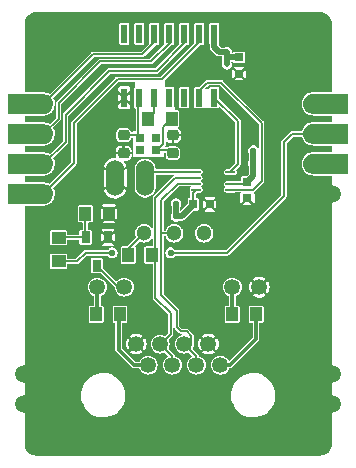
<source format=gbr>
%TF.GenerationSoftware,KiCad,Pcbnew,7.0.7*%
%TF.CreationDate,2023-10-23T01:20:13+09:00*%
%TF.ProjectId,CANFD_module,43414e46-445f-46d6-9f64-756c652e6b69,rev?*%
%TF.SameCoordinates,Original*%
%TF.FileFunction,Copper,L2,Bot*%
%TF.FilePolarity,Positive*%
%FSLAX46Y46*%
G04 Gerber Fmt 4.6, Leading zero omitted, Abs format (unit mm)*
G04 Created by KiCad (PCBNEW 7.0.7) date 2023-10-23 01:20:13*
%MOMM*%
%LPD*%
G01*
G04 APERTURE LIST*
G04 Aperture macros list*
%AMRoundRect*
0 Rectangle with rounded corners*
0 $1 Rounding radius*
0 $2 $3 $4 $5 $6 $7 $8 $9 X,Y pos of 4 corners*
0 Add a 4 corners polygon primitive as box body*
4,1,4,$2,$3,$4,$5,$6,$7,$8,$9,$2,$3,0*
0 Add four circle primitives for the rounded corners*
1,1,$1+$1,$2,$3*
1,1,$1+$1,$4,$5*
1,1,$1+$1,$6,$7*
1,1,$1+$1,$8,$9*
0 Add four rect primitives between the rounded corners*
20,1,$1+$1,$2,$3,$4,$5,0*
20,1,$1+$1,$4,$5,$6,$7,0*
20,1,$1+$1,$6,$7,$8,$9,0*
20,1,$1+$1,$8,$9,$2,$3,0*%
G04 Aperture macros list end*
%TA.AperFunction,SMDPad,CuDef*%
%ADD10RoundRect,0.225000X0.250000X-0.225000X0.250000X0.225000X-0.250000X0.225000X-0.250000X-0.225000X0*%
%TD*%
%TA.AperFunction,SMDPad,CuDef*%
%ADD11RoundRect,0.225000X-0.250000X0.225000X-0.250000X-0.225000X0.250000X-0.225000X0.250000X0.225000X0*%
%TD*%
%TA.AperFunction,ComponentPad*%
%ADD12C,1.500000*%
%TD*%
%TA.AperFunction,ComponentPad*%
%ADD13C,1.300000*%
%TD*%
%TA.AperFunction,ComponentPad*%
%ADD14C,1.350000*%
%TD*%
%TA.AperFunction,SMDPad,CuDef*%
%ADD15R,1.000000X1.200000*%
%TD*%
%TA.AperFunction,SMDPad,CuDef*%
%ADD16RoundRect,0.125000X-0.300000X0.000000X-0.300000X0.000000X0.300000X0.000000X0.300000X0.000000X0*%
%TD*%
%TA.AperFunction,SMDPad,CuDef*%
%ADD17R,1.800000X1.650000*%
%TD*%
%TA.AperFunction,SMDPad,CuDef*%
%ADD18R,1.200000X1.000000*%
%TD*%
%TA.AperFunction,SMDPad,CuDef*%
%ADD19R,0.600000X1.550000*%
%TD*%
%TA.AperFunction,SMDPad,CuDef*%
%ADD20R,0.700000X0.800000*%
%TD*%
%TA.AperFunction,SMDPad,CuDef*%
%ADD21R,0.800000X1.000000*%
%TD*%
%TA.AperFunction,ComponentPad*%
%ADD22O,1.524000X3.048000*%
%TD*%
%TA.AperFunction,SMDPad,CuDef*%
%ADD23R,0.750000X0.700000*%
%TD*%
%TA.AperFunction,SMDPad,CuDef*%
%ADD24R,0.800000X0.700000*%
%TD*%
%TA.AperFunction,ViaPad*%
%ADD25C,0.502400*%
%TD*%
%TA.AperFunction,ViaPad*%
%ADD26C,0.552400*%
%TD*%
%TA.AperFunction,Conductor*%
%ADD27C,0.200000*%
%TD*%
%TA.AperFunction,Conductor*%
%ADD28C,0.152400*%
%TD*%
%TA.AperFunction,Conductor*%
%ADD29C,0.500000*%
%TD*%
%TA.AperFunction,Conductor*%
%ADD30C,0.300000*%
%TD*%
G04 APERTURE END LIST*
%TA.AperFunction,EtchedComponent*%
%TO.C,JP2*%
G36*
X162874600Y-94857100D02*
G01*
X159923945Y-94857100D01*
X159559344Y-94773882D01*
X159392466Y-94669025D01*
X159255675Y-94532234D01*
X159152751Y-94368433D01*
X159088858Y-94185837D01*
X159066791Y-93989989D01*
X159150818Y-93621844D01*
X159255675Y-93454966D01*
X159392466Y-93318175D01*
X159556267Y-93215251D01*
X159738863Y-93151358D01*
X159927534Y-93130100D01*
X162874600Y-93130100D01*
X162874600Y-94857100D01*
G37*
%TD.AperFunction*%
%TA.AperFunction,EtchedComponent*%
G36*
X162874600Y-97397100D02*
G01*
X159923945Y-97397100D01*
X159559344Y-97313882D01*
X159392466Y-97209025D01*
X159255675Y-97072234D01*
X159152751Y-96908433D01*
X159088858Y-96725837D01*
X159066791Y-96529989D01*
X159150818Y-96161844D01*
X159255675Y-95994966D01*
X159392466Y-95858175D01*
X159556267Y-95755251D01*
X159738863Y-95691358D01*
X159927534Y-95670100D01*
X162874600Y-95670100D01*
X162874600Y-97397100D01*
G37*
%TD.AperFunction*%
%TA.AperFunction,EtchedComponent*%
G36*
X162874600Y-99937100D02*
G01*
X159923945Y-99937100D01*
X159559344Y-99853882D01*
X159392466Y-99749025D01*
X159255675Y-99612234D01*
X159152751Y-99448433D01*
X159088858Y-99265837D01*
X159066791Y-99069989D01*
X159150818Y-98701844D01*
X159255675Y-98534966D01*
X159392466Y-98398175D01*
X159556267Y-98295251D01*
X159738863Y-98231358D01*
X159927534Y-98210100D01*
X162874600Y-98210100D01*
X162874600Y-99937100D01*
G37*
%TD.AperFunction*%
%TA.AperFunction,EtchedComponent*%
%TO.C,JP3*%
G36*
X137442856Y-100833318D02*
G01*
X137609734Y-100938175D01*
X137746525Y-101074966D01*
X137849449Y-101238767D01*
X137913342Y-101421363D01*
X137935409Y-101617211D01*
X137851382Y-101985356D01*
X137746525Y-102152234D01*
X137609734Y-102289025D01*
X137445933Y-102391949D01*
X137263337Y-102455842D01*
X137074666Y-102477100D01*
X134127600Y-102477100D01*
X134127600Y-100750100D01*
X137078255Y-100750100D01*
X137442856Y-100833318D01*
G37*
%TD.AperFunction*%
%TA.AperFunction,EtchedComponent*%
G36*
X137442856Y-98293318D02*
G01*
X137609734Y-98398175D01*
X137746525Y-98534966D01*
X137849449Y-98698767D01*
X137913342Y-98881363D01*
X137935409Y-99077211D01*
X137851382Y-99445356D01*
X137746525Y-99612234D01*
X137609734Y-99749025D01*
X137445933Y-99851949D01*
X137263337Y-99915842D01*
X137074666Y-99937100D01*
X134127600Y-99937100D01*
X134127600Y-98210100D01*
X137078255Y-98210100D01*
X137442856Y-98293318D01*
G37*
%TD.AperFunction*%
%TA.AperFunction,EtchedComponent*%
G36*
X137442856Y-95753318D02*
G01*
X137609734Y-95858175D01*
X137746525Y-95994966D01*
X137849449Y-96158767D01*
X137913342Y-96341363D01*
X137935409Y-96537211D01*
X137851382Y-96905356D01*
X137746525Y-97072234D01*
X137609734Y-97209025D01*
X137445933Y-97311949D01*
X137263337Y-97375842D01*
X137074666Y-97397100D01*
X134127600Y-97397100D01*
X134127600Y-95670100D01*
X137078255Y-95670100D01*
X137442856Y-95753318D01*
G37*
%TD.AperFunction*%
%TA.AperFunction,EtchedComponent*%
G36*
X137442856Y-93213318D02*
G01*
X137609734Y-93318175D01*
X137746525Y-93454966D01*
X137849449Y-93618767D01*
X137913342Y-93801363D01*
X137935409Y-93997211D01*
X137851382Y-94365356D01*
X137746525Y-94532234D01*
X137609734Y-94669025D01*
X137445933Y-94771949D01*
X137263337Y-94835842D01*
X137074666Y-94857100D01*
X134127600Y-94857100D01*
X134127600Y-93130100D01*
X137078255Y-93130100D01*
X137442856Y-93213318D01*
G37*
%TD.AperFunction*%
%TD*%
D10*
%TO.P,C4,1*%
%TO.N,N$42*%
X148031200Y-98175000D03*
%TO.P,C4,2*%
%TO.N,SGND*%
X148031200Y-96625000D03*
%TD*%
D11*
%TO.P,C5,2*%
%TO.N,SGND*%
X143865600Y-98175000D03*
%TO.P,C5,1*%
%TO.N,N$39*%
X143865600Y-96625000D03*
%TD*%
D12*
%TO.P,JP5,PIN1*%
%TO.N,SGND*%
X137071100Y-119393600D03*
%TO.P,JP5,PIN1_*%
X135461100Y-119393600D03*
%TO.P,JP5,PIN2*%
X137071100Y-116853600D03*
%TO.P,JP5,PIN2_*%
X135461100Y-116853600D03*
%TD*%
%TO.P,JP2,PIN1*%
%TO.N,+5V*%
X159931100Y-93993600D03*
%TO.P,JP2,PIN1_*%
X161541100Y-93993600D03*
%TO.P,JP2,PIN2*%
%TO.N,COM_LED*%
X159931100Y-96533600D03*
%TO.P,JP2,PIN2_*%
X161541100Y-96533600D03*
%TO.P,JP2,PIN3*%
%TO.N,N/C*%
X159931100Y-99073600D03*
%TO.P,JP2,PIN3_*%
X161541100Y-99073600D03*
%TO.P,JP2,PIN4*%
%TO.N,SGND*%
X159931100Y-101613600D03*
%TO.P,JP2,PIN4_*%
X161541100Y-101613600D03*
%TD*%
%TO.P,JP3,PIN1*%
%TO.N,CS*%
X137071100Y-101613600D03*
%TO.P,JP3,PIN1_*%
X135461100Y-101613600D03*
%TO.P,JP3,PIN2*%
%TO.N,MISO*%
X137071100Y-99073600D03*
%TO.P,JP3,PIN2_*%
X135461100Y-99073600D03*
%TO.P,JP3,PIN3*%
%TO.N,MOSI*%
X137071100Y-96533600D03*
%TO.P,JP3,PIN3_*%
X135461100Y-96533600D03*
%TO.P,JP3,PIN4*%
%TO.N,SCK*%
X137071100Y-93993600D03*
%TO.P,JP3,PIN4_*%
X135461100Y-93993600D03*
%TD*%
D13*
%TO.P,SW1,C*%
%TO.N,CAN_L*%
X148161100Y-104953600D03*
%TO.P,SW1,L*%
%TO.N,N/C*%
X150701100Y-104953600D03*
%TO.P,SW1,R*%
%TO.N,N$23*%
X145621100Y-104953600D03*
%TD*%
D14*
%TO.P,RJ45_1,1*%
%TO.N,+5V*%
X152071100Y-116113600D03*
%TO.P,RJ45_1,2*%
%TO.N,SGND*%
X151051100Y-114333600D03*
%TO.P,RJ45_1,3*%
%TO.N,CAN_L*%
X150031100Y-116113600D03*
%TO.P,RJ45_1,4*%
X149011100Y-114333600D03*
%TO.P,RJ45_1,5*%
%TO.N,CAN_H*%
X147991100Y-116113600D03*
%TO.P,RJ45_1,6*%
X146971100Y-114333600D03*
%TO.P,RJ45_1,7*%
%TO.N,+5V*%
X145951100Y-116113600D03*
%TO.P,RJ45_1,8*%
%TO.N,SGND*%
X144931100Y-114333600D03*
%TO.P,RJ45_1,LED1_A*%
%TO.N,N$69*%
X141641100Y-109513600D03*
%TO.P,RJ45_1,LED1_K*%
%TO.N,N$71*%
X143931100Y-109513600D03*
%TO.P,RJ45_1,LED2_A*%
%TO.N,N$51*%
X153071100Y-109513600D03*
%TO.P,RJ45_1,LED2_K*%
%TO.N,SGND*%
X155361100Y-109513600D03*
%TD*%
D12*
%TO.P,JP4,PIN1*%
%TO.N,SGND*%
X159931100Y-116853600D03*
%TO.P,JP4,PIN1_*%
X161541100Y-116853600D03*
%TO.P,JP4,PIN2*%
X159931100Y-119393600D03*
%TO.P,JP4,PIN2_*%
X161541100Y-119393600D03*
%TD*%
D15*
%TO.P,R5,LEFT*%
%TO.N,SGND*%
X142641100Y-103303600D03*
%TO.P,R5,RIGHT*%
%TO.N,N$74*%
X140641100Y-103303600D03*
%TD*%
D16*
%TO.P,U$1,CANH*%
%TO.N,CAN_H*%
X150011100Y-100253600D03*
%TO.P,U$1,CANL*%
%TO.N,CAN_L*%
X150011100Y-100753600D03*
D17*
%TO.P,U$1,EP*%
%TO.N,SGND*%
X151461100Y-100503600D03*
D16*
%TO.P,U$1,RXD*%
%TO.N,N$28*%
X152911100Y-101253600D03*
%TO.P,U$1,S*%
%TO.N,N$68*%
X150011100Y-99753600D03*
%TO.P,U$1,TXD*%
%TO.N,N$27*%
X152911100Y-99753600D03*
%TO.P,U$1,VDD*%
%TO.N,+5V*%
X152911100Y-100753600D03*
%TO.P,U$1,VIO*%
%TO.N,+3V3*%
X150011100Y-101253600D03*
%TO.P,U$1,VSS*%
%TO.N,SGND*%
X152911100Y-100253600D03*
%TD*%
D18*
%TO.P,R6,LEFT*%
%TO.N,N$74*%
X138371100Y-105313600D03*
%TO.P,R6,RIGHT*%
%TO.N,COM_LED*%
X138371100Y-107313600D03*
%TD*%
D19*
%TO.P,U2,CLKO/SOF*%
%TO.N,N/C*%
X149021100Y-93473600D03*
%TO.P,U2,INT*%
X147751100Y-93473600D03*
%TO.P,U2,INT0/GPIO0*%
X145211100Y-88073600D03*
%TO.P,U2,INT1/GPIO1*%
X143941100Y-88073600D03*
%TO.P,U2,NCS*%
%TO.N,CS*%
X150291100Y-88073600D03*
%TO.P,U2,OSC1*%
%TO.N,N$39*%
X145211100Y-93473600D03*
%TO.P,U2,OSC2*%
%TO.N,N$38*%
X146481100Y-93473600D03*
%TO.P,U2,RXCAN*%
%TO.N,N$28*%
X150291100Y-93473600D03*
%TO.P,U2,SCK*%
%TO.N,SCK*%
X146481100Y-88073600D03*
%TO.P,U2,SDI*%
%TO.N,MOSI*%
X147751100Y-88073600D03*
%TO.P,U2,SDO*%
%TO.N,MISO*%
X149021100Y-88073600D03*
%TO.P,U2,TXCAN*%
%TO.N,N$27*%
X151561100Y-93473600D03*
%TO.P,U2,VDD*%
%TO.N,+3V3*%
X151561100Y-88073600D03*
%TO.P,U2,VSS*%
%TO.N,SGND*%
X143941100Y-93473600D03*
%TD*%
D20*
%TO.P,C1,P$1*%
%TO.N,+3V3*%
X149761100Y-102503600D03*
%TO.P,C1,P$2*%
%TO.N,SGND*%
X151161100Y-102503600D03*
%TD*%
D21*
%TO.P,TR1,B*%
%TO.N,N$74*%
X140651100Y-105293600D03*
%TO.P,TR1,C*%
%TO.N,N$71*%
X141601100Y-107693600D03*
%TO.P,TR1,E*%
%TO.N,SGND*%
X142551100Y-105293600D03*
%TD*%
D22*
%TO.P,JP1,2*%
%TO.N,N$68*%
X145694400Y-100279200D03*
%TO.P,JP1,1*%
%TO.N,SGND*%
X143154400Y-100279200D03*
%TD*%
D15*
%TO.P,R1,LEFT*%
%TO.N,N$38*%
X145961100Y-95250000D03*
%TO.P,R1,RIGHT*%
%TO.N,N$42*%
X147961100Y-95250000D03*
%TD*%
%TO.P,R3,LEFT*%
%TO.N,+5V*%
X143561100Y-111803600D03*
%TO.P,R3,RIGHT*%
%TO.N,N$69*%
X141561100Y-111803600D03*
%TD*%
D23*
%TO.P,X1,1*%
%TO.N,N$39*%
X145286100Y-96903600D03*
%TO.P,X1,2*%
%TO.N,N$42*%
X146636100Y-97903600D03*
%TO.P,X1,NC1*%
%TO.N,N/C*%
X145286100Y-97903600D03*
%TO.P,X1,NC2*%
X146636100Y-96903600D03*
%TD*%
D15*
%TO.P,R4,LEFT*%
%TO.N,N$51*%
X153091100Y-111803600D03*
%TO.P,R4,RIGHT*%
%TO.N,+5V*%
X155091100Y-111803600D03*
%TD*%
D24*
%TO.P,C3,P$1*%
%TO.N,+3V3*%
X153661100Y-90043600D03*
%TO.P,C3,P$2*%
%TO.N,SGND*%
X153661100Y-91443600D03*
%TD*%
D15*
%TO.P,R2,LEFT*%
%TO.N,N$23*%
X144261100Y-106793600D03*
%TO.P,R2,RIGHT*%
%TO.N,CAN_H*%
X146261100Y-106793600D03*
%TD*%
D24*
%TO.P,C2,P$1*%
%TO.N,+5V*%
X154361100Y-100583600D03*
%TO.P,C2,P$2*%
%TO.N,SGND*%
X154361100Y-101983600D03*
%TD*%
D25*
%TO.N,+3V3*%
X152611100Y-90653600D03*
D26*
X148311100Y-103503600D03*
X148311100Y-102453600D03*
D25*
X152611100Y-89603600D03*
D26*
%TO.N,+5V*%
X154861100Y-99003600D03*
X154861100Y-97953600D03*
D25*
%TO.N,SGND*%
X159161100Y-109003600D03*
X137007600Y-87426800D03*
X145261100Y-108503600D03*
X145261100Y-111903600D03*
X154161100Y-103603600D03*
X149275800Y-95504000D03*
X146961100Y-99003600D03*
X150661100Y-119903600D03*
X137007600Y-91694000D03*
X154561100Y-96403600D03*
X138361100Y-111903600D03*
X139661100Y-106303600D03*
X142138400Y-87477600D03*
X140661100Y-96403600D03*
X148961100Y-91803600D03*
X153261100Y-113703600D03*
X159161100Y-104603600D03*
X159161100Y-113003600D03*
X153561100Y-94503600D03*
X158761100Y-92003600D03*
X146061100Y-119903600D03*
X155561100Y-106503600D03*
X151761100Y-98603600D03*
X154461100Y-93003600D03*
X156161100Y-89503600D03*
X152661100Y-93603600D03*
X156461100Y-99203600D03*
X150561100Y-111903600D03*
X149461100Y-109503600D03*
D26*
%TO.N,COM_LED*%
X147861100Y-106603600D03*
X142911100Y-106603600D03*
%TD*%
D27*
%TO.N,N$39*%
X145007500Y-96625000D02*
X145286100Y-96903600D01*
X143865600Y-96625000D02*
X145007500Y-96625000D01*
%TO.N,N$42*%
X147759800Y-97903600D02*
X148031200Y-98175000D01*
X146636100Y-97903600D02*
X147759800Y-97903600D01*
X147961100Y-95250000D02*
X147238100Y-95973000D01*
X147238100Y-95973000D02*
X147238100Y-97358200D01*
X147238100Y-97358200D02*
X146692700Y-97903600D01*
X146692700Y-97903600D02*
X146636100Y-97903600D01*
%TO.N,N$38*%
X146481100Y-94730000D02*
X145961100Y-95250000D01*
X146481100Y-93473600D02*
X146481100Y-94730000D01*
%TO.N,N$42*%
X147961100Y-95250000D02*
X147961100Y-95503600D01*
%TO.N,N$39*%
X145286100Y-96899100D02*
X145034000Y-96647000D01*
X145286100Y-96903600D02*
X145286100Y-96899100D01*
%TO.N,N$68*%
X146220000Y-99753600D02*
X145694400Y-100279200D01*
X150011100Y-99753600D02*
X146220000Y-99753600D01*
%TO.N,CAN_H*%
X147861100Y-111710713D02*
X147861100Y-113443600D01*
X146971100Y-114333600D02*
X147991100Y-115353600D01*
X147861100Y-113443600D02*
X146971100Y-114333600D01*
X147991100Y-115353600D02*
X147991100Y-116113600D01*
X146551100Y-106793600D02*
X146561100Y-106803600D01*
X150011100Y-100253600D02*
X148253987Y-100253600D01*
X146561100Y-101946488D02*
X146561100Y-106803600D01*
X146561100Y-106803600D02*
X146561100Y-110410713D01*
X148253987Y-100253600D02*
X146561100Y-101946488D01*
X146561100Y-110410713D02*
X147861100Y-111710713D01*
D28*
X146261100Y-106793600D02*
X146551100Y-106793600D01*
D27*
%TO.N,CAN_L*%
X148461100Y-100753600D02*
X147061100Y-102153600D01*
X149211100Y-113253600D02*
X149611100Y-113653600D01*
X148161100Y-104953600D02*
X147061100Y-104953600D01*
X148361100Y-111503600D02*
X148361100Y-112853600D01*
X149611100Y-114053600D02*
X149331100Y-114333600D01*
X150031100Y-115353600D02*
X150031100Y-116113600D01*
X147061100Y-102153600D02*
X147061100Y-104953600D01*
X147061100Y-110203600D02*
X148361100Y-111503600D01*
X147061100Y-104953600D02*
X147061100Y-110203600D01*
X148761100Y-113253600D02*
X149211100Y-113253600D01*
X149611100Y-113653600D02*
X149611100Y-114053600D01*
X149331100Y-114333600D02*
X149011100Y-114333600D01*
X148361100Y-112853600D02*
X148761100Y-113253600D01*
X149011100Y-114333600D02*
X150031100Y-115353600D01*
X150011100Y-100753600D02*
X148461100Y-100753600D01*
%TO.N,N$27*%
X152911100Y-99753600D02*
X153561100Y-99103600D01*
X153561100Y-95473600D02*
X153561100Y-99103600D01*
X151561100Y-93473600D02*
X153561100Y-95473600D01*
%TO.N,N$28*%
X155561100Y-100553600D02*
X155561100Y-95603600D01*
X154861100Y-101253600D02*
X155561100Y-100553600D01*
X150291100Y-93473600D02*
X150291100Y-92873600D01*
X155561100Y-95603600D02*
X152161100Y-92203600D01*
X150291100Y-92873600D02*
X150961100Y-92203600D01*
X152911100Y-101253600D02*
X154861100Y-101253600D01*
X150961100Y-92203600D02*
X152161100Y-92203600D01*
%TO.N,+3V3*%
X149761100Y-101503600D02*
X150011100Y-101253600D01*
X149761100Y-102503600D02*
X149761100Y-101503600D01*
D29*
X151961100Y-89603600D02*
X152611100Y-89603600D01*
X148311100Y-102453600D02*
X148311100Y-103503600D01*
X148811100Y-103503600D02*
X149761100Y-102553600D01*
X148311100Y-103503600D02*
X148811100Y-103503600D01*
X153661100Y-90043600D02*
X152651100Y-90043600D01*
X151561100Y-88073600D02*
X151561100Y-89203600D01*
X149761100Y-102503600D02*
X149761100Y-102553600D01*
X152611100Y-90003600D02*
X152611100Y-90653600D01*
X151561100Y-89203600D02*
X151961100Y-89603600D01*
X152611100Y-89603600D02*
X152611100Y-90003600D01*
X152651100Y-90043600D02*
X152611100Y-90003600D01*
D27*
%TO.N,N$23*%
X145621100Y-104953600D02*
X144261100Y-106313600D01*
X144261100Y-106313600D02*
X144261100Y-106793600D01*
%TO.N,MISO*%
X146661100Y-91203600D02*
X149021100Y-88843600D01*
X138961100Y-94903600D02*
X142661100Y-91203600D01*
X138961100Y-97183600D02*
X138961100Y-94903600D01*
X137071100Y-99073600D02*
X138961100Y-97183600D01*
X149021100Y-88843600D02*
X149021100Y-88073600D01*
X142661100Y-91203600D02*
X146661100Y-91203600D01*
%TO.N,MOSI*%
X146161100Y-90403600D02*
X147761100Y-88803600D01*
X137071100Y-96533600D02*
X138371100Y-95233600D01*
X147761100Y-88803600D02*
X147761100Y-88083600D01*
X141901100Y-90403600D02*
X138371100Y-93933600D01*
X138371100Y-93933600D02*
X138371100Y-95233600D01*
X141901100Y-90403600D02*
X146161100Y-90403600D01*
X147761100Y-88083600D02*
X147751100Y-88073600D01*
%TO.N,SCK*%
X146481100Y-88783600D02*
X146481100Y-88073600D01*
X137071100Y-93993600D02*
X141261100Y-89803600D01*
X145461100Y-89803600D02*
X146481100Y-88783600D01*
X141261100Y-89803600D02*
X145461100Y-89803600D01*
%TO.N,CS*%
X150291100Y-88773600D02*
X150291100Y-88073600D01*
X139661100Y-95603600D02*
X143361100Y-91903600D01*
X137071100Y-101613600D02*
X139661100Y-99023600D01*
X143361100Y-91903600D02*
X147161100Y-91903600D01*
X147161100Y-91903600D02*
X150291100Y-88773600D01*
X139661100Y-99023600D02*
X139661100Y-95603600D01*
%TO.N,N$39*%
X145286100Y-96903600D02*
X145111100Y-96728600D01*
X145111100Y-96728600D02*
X145111100Y-93573600D01*
X145111100Y-93573600D02*
X145211100Y-93473600D01*
%TO.N,N$42*%
X146636100Y-97903600D02*
X146861100Y-97678600D01*
%TO.N,+5V*%
X152911100Y-100753600D02*
X154191100Y-100753600D01*
D30*
X144771100Y-116113600D02*
X145951100Y-116113600D01*
D29*
X154861100Y-99003600D02*
X154861100Y-100083600D01*
D30*
X152071100Y-116113600D02*
X152851100Y-116113600D01*
D27*
X154191100Y-100753600D02*
X154361100Y-100583600D01*
D29*
X154361100Y-100583600D02*
X154861100Y-100083600D01*
X154861100Y-97953600D02*
X154861100Y-99003600D01*
D30*
X155091100Y-113873600D02*
X155091100Y-111803600D01*
X143461100Y-114803600D02*
X144771100Y-116113600D01*
X152851100Y-116113600D02*
X155091100Y-113873600D01*
X143461100Y-111903600D02*
X143461100Y-114803600D01*
X143561100Y-111803600D02*
X143461100Y-111903600D01*
D27*
%TO.N,N$38*%
X146481100Y-93473600D02*
X146381100Y-93573600D01*
%TO.N,SGND*%
X151711100Y-100253600D02*
X151461100Y-100503600D01*
X152911100Y-100253600D02*
X151711100Y-100253600D01*
%TO.N,N$51*%
X153091100Y-111803600D02*
X153071100Y-111783600D01*
D30*
X153071100Y-111783600D02*
X153071100Y-109513600D01*
%TO.N,N$69*%
X141641100Y-111723600D02*
X141561100Y-111803600D01*
X141641100Y-109513600D02*
X141641100Y-111723600D01*
D27*
%TO.N,N$71*%
X141601100Y-107693600D02*
X143421100Y-109513600D01*
X143421100Y-109513600D02*
X143931100Y-109513600D01*
%TO.N,N$74*%
X140651100Y-105293600D02*
X138391100Y-105293600D01*
X140641100Y-103303600D02*
X140641100Y-105283600D01*
X138391100Y-105293600D02*
X138371100Y-105313600D01*
X140641100Y-105283600D02*
X140651100Y-105293600D01*
%TO.N,COM_LED*%
X152661100Y-106603600D02*
X157461100Y-101803600D01*
X140661100Y-106603600D02*
X142911100Y-106603600D01*
X158131100Y-96533600D02*
X159931100Y-96533600D01*
X147861100Y-106603600D02*
X152661100Y-106603600D01*
X139951100Y-107313600D02*
X140661100Y-106603600D01*
X157461100Y-97203600D02*
X158131100Y-96533600D01*
X138371100Y-107313600D02*
X139951100Y-107313600D01*
X157461100Y-101803600D02*
X157461100Y-97203600D01*
%TD*%
%TA.AperFunction,Conductor*%
%TO.N,SGND*%
G36*
X160541905Y-86229171D02*
G01*
X160691744Y-86242279D01*
X160707086Y-86243622D01*
X160713455Y-86244745D01*
X160871264Y-86287030D01*
X160877342Y-86289242D01*
X161025406Y-86358285D01*
X161031005Y-86361517D01*
X161164838Y-86455228D01*
X161169792Y-86459385D01*
X161285314Y-86574907D01*
X161289471Y-86579861D01*
X161383182Y-86713694D01*
X161386415Y-86719295D01*
X161455457Y-86867358D01*
X161457669Y-86873435D01*
X161499954Y-87031244D01*
X161501077Y-87037612D01*
X161515529Y-87202794D01*
X161515600Y-87204411D01*
X161515600Y-92965500D01*
X161504734Y-92991734D01*
X161478500Y-93002600D01*
X159965987Y-93002600D01*
X159954514Y-92999919D01*
X159950460Y-92999209D01*
X159921406Y-93002483D01*
X159919328Y-93002600D01*
X159909201Y-93002600D01*
X159905332Y-93003735D01*
X159899042Y-93005002D01*
X159753236Y-93021431D01*
X159740458Y-93020648D01*
X159732089Y-93018648D01*
X159714257Y-93024887D01*
X159707099Y-93026521D01*
X159706371Y-93026711D01*
X159693585Y-93032084D01*
X159692527Y-93032491D01*
X159541367Y-93085383D01*
X159528739Y-93087463D01*
X159520133Y-93087375D01*
X159520128Y-93087377D01*
X159504129Y-93097429D01*
X159497556Y-93100595D01*
X159496850Y-93100962D01*
X159485580Y-93109044D01*
X159484639Y-93109676D01*
X159349042Y-93194878D01*
X159337192Y-93199717D01*
X159328781Y-93201547D01*
X159315421Y-93214906D01*
X159309679Y-93219486D01*
X159309104Y-93219974D01*
X159299918Y-93230359D01*
X159299141Y-93231185D01*
X159185901Y-93344425D01*
X159175426Y-93351778D01*
X159167636Y-93355433D01*
X159157584Y-93371428D01*
X159152992Y-93377189D01*
X159152552Y-93377776D01*
X159145898Y-93389962D01*
X159145324Y-93390940D01*
X159053182Y-93537582D01*
X159047735Y-93544343D01*
X159034845Y-93556973D01*
X159027340Y-93589847D01*
X159027107Y-93590763D01*
X159017941Y-93623197D01*
X159017974Y-93626316D01*
X159017046Y-93634954D01*
X158946802Y-93942708D01*
X158943893Y-93950887D01*
X158935901Y-93967061D01*
X158935900Y-93967062D01*
X158939673Y-94000548D01*
X158939755Y-94001489D01*
X158941818Y-94035155D01*
X158942881Y-94038096D01*
X158944855Y-94046547D01*
X158958930Y-94171465D01*
X158958148Y-94184240D01*
X158956148Y-94192611D01*
X158956148Y-94192614D01*
X158962386Y-94210443D01*
X158964022Y-94217600D01*
X158964213Y-94218333D01*
X158969585Y-94231118D01*
X158969989Y-94232167D01*
X158993145Y-94298343D01*
X159022883Y-94383331D01*
X159024963Y-94395959D01*
X159024875Y-94404567D01*
X159024877Y-94404572D01*
X159034926Y-94420565D01*
X159038103Y-94427158D01*
X159038459Y-94427844D01*
X159038461Y-94427848D01*
X159040167Y-94430226D01*
X159046540Y-94439112D01*
X159047172Y-94440054D01*
X159132378Y-94575655D01*
X159137217Y-94587507D01*
X159139047Y-94595918D01*
X159152407Y-94609279D01*
X159156969Y-94614998D01*
X159157470Y-94615589D01*
X159157471Y-94615590D01*
X159157472Y-94615591D01*
X159167844Y-94624765D01*
X159168671Y-94625543D01*
X159281925Y-94738797D01*
X159289279Y-94749275D01*
X159292932Y-94757064D01*
X159292934Y-94757066D01*
X159308924Y-94767113D01*
X159314672Y-94771695D01*
X159315273Y-94772145D01*
X159327471Y-94778805D01*
X159328395Y-94779347D01*
X159429518Y-94842886D01*
X159475083Y-94871517D01*
X159481845Y-94876966D01*
X159494472Y-94889854D01*
X159494473Y-94889854D01*
X159494474Y-94889855D01*
X159527367Y-94897361D01*
X159528251Y-94897588D01*
X159560699Y-94906758D01*
X159560702Y-94906756D01*
X159563816Y-94906725D01*
X159572452Y-94907652D01*
X159867467Y-94974988D01*
X159879269Y-94979948D01*
X159882767Y-94982196D01*
X159886508Y-94984600D01*
X159905398Y-94984600D01*
X159912702Y-94985422D01*
X159913443Y-94985483D01*
X159913445Y-94985482D01*
X159913446Y-94985483D01*
X159916181Y-94985315D01*
X159927297Y-94984635D01*
X159928431Y-94984600D01*
X161478500Y-94984600D01*
X161504734Y-94995466D01*
X161515600Y-95021700D01*
X161515600Y-95505500D01*
X161504734Y-95531734D01*
X161478500Y-95542600D01*
X159965987Y-95542600D01*
X159954514Y-95539919D01*
X159950460Y-95539209D01*
X159921406Y-95542483D01*
X159919328Y-95542600D01*
X159909201Y-95542600D01*
X159905332Y-95543735D01*
X159899042Y-95545002D01*
X159753236Y-95561431D01*
X159740458Y-95560648D01*
X159732089Y-95558648D01*
X159714257Y-95564887D01*
X159707099Y-95566521D01*
X159706371Y-95566711D01*
X159693585Y-95572084D01*
X159692527Y-95572491D01*
X159541367Y-95625383D01*
X159528739Y-95627463D01*
X159520133Y-95627375D01*
X159520128Y-95627377D01*
X159504129Y-95637429D01*
X159497556Y-95640595D01*
X159496850Y-95640962D01*
X159485580Y-95649044D01*
X159484639Y-95649676D01*
X159349042Y-95734878D01*
X159337192Y-95739717D01*
X159328781Y-95741547D01*
X159315421Y-95754906D01*
X159309679Y-95759486D01*
X159309104Y-95759974D01*
X159299918Y-95770359D01*
X159299141Y-95771185D01*
X159185901Y-95884425D01*
X159175426Y-95891778D01*
X159167636Y-95895433D01*
X159157584Y-95911428D01*
X159152992Y-95917189D01*
X159152552Y-95917776D01*
X159145898Y-95929962D01*
X159145324Y-95930940D01*
X159053182Y-96077582D01*
X159047735Y-96084343D01*
X159034845Y-96096973D01*
X159027340Y-96129847D01*
X159027107Y-96130763D01*
X159017941Y-96163197D01*
X159017974Y-96166316D01*
X159017046Y-96174954D01*
X158993696Y-96277256D01*
X158977264Y-96300414D01*
X158957526Y-96306100D01*
X158137525Y-96306100D01*
X158136576Y-96306075D01*
X158101196Y-96304221D01*
X158094718Y-96303882D01*
X158094717Y-96303882D01*
X158094716Y-96303882D01*
X158069010Y-96313749D01*
X158063431Y-96315401D01*
X158036498Y-96321126D01*
X158025559Y-96329073D01*
X158017054Y-96333692D01*
X158004427Y-96338540D01*
X158004424Y-96338541D01*
X157984958Y-96358007D01*
X157980535Y-96361785D01*
X157958258Y-96377972D01*
X157958256Y-96377974D01*
X157951497Y-96389680D01*
X157945603Y-96397361D01*
X157304766Y-97038197D01*
X157304062Y-97038865D01*
X157272939Y-97066889D01*
X157272937Y-97066892D01*
X157261736Y-97092047D01*
X157258959Y-97097160D01*
X157243967Y-97120246D01*
X157243966Y-97120250D01*
X157241851Y-97133602D01*
X157239101Y-97142886D01*
X157233600Y-97155240D01*
X157233600Y-97182780D01*
X157233143Y-97188583D01*
X157228836Y-97215771D01*
X157232336Y-97228830D01*
X157233600Y-97238432D01*
X157233600Y-101693997D01*
X157222734Y-101720231D01*
X152577732Y-106365234D01*
X152551498Y-106376100D01*
X148276170Y-106376100D01*
X148249936Y-106365234D01*
X148244960Y-106359058D01*
X148243984Y-106357540D01*
X148243982Y-106357538D01*
X148243982Y-106357537D01*
X148159149Y-106259633D01*
X148050169Y-106189596D01*
X148050165Y-106189594D01*
X148050164Y-106189594D01*
X147925876Y-106153100D01*
X147925872Y-106153100D01*
X147796328Y-106153100D01*
X147796323Y-106153100D01*
X147672035Y-106189594D01*
X147672032Y-106189595D01*
X147672031Y-106189596D01*
X147599377Y-106236287D01*
X147563049Y-106259634D01*
X147478217Y-106357537D01*
X147478216Y-106357540D01*
X147424402Y-106475374D01*
X147405967Y-106603597D01*
X147405967Y-106603602D01*
X147424402Y-106731825D01*
X147478216Y-106849659D01*
X147478217Y-106849662D01*
X147478218Y-106849663D01*
X147563051Y-106947567D01*
X147672031Y-107017604D01*
X147705782Y-107027514D01*
X147796323Y-107054099D01*
X147796326Y-107054099D01*
X147796328Y-107054100D01*
X147796330Y-107054100D01*
X147925870Y-107054100D01*
X147925872Y-107054100D01*
X147925874Y-107054099D01*
X147925876Y-107054099D01*
X147959623Y-107044189D01*
X148050169Y-107017604D01*
X148159149Y-106947567D01*
X148243982Y-106849663D01*
X148243983Y-106849659D01*
X148244960Y-106848142D01*
X148268284Y-106831948D01*
X148276170Y-106831100D01*
X152654675Y-106831100D01*
X152655623Y-106831124D01*
X152697484Y-106833318D01*
X152723192Y-106823448D01*
X152728761Y-106821799D01*
X152755700Y-106816074D01*
X152766643Y-106808122D01*
X152775143Y-106803507D01*
X152787773Y-106798660D01*
X152807245Y-106779186D01*
X152811658Y-106775417D01*
X152833942Y-106759228D01*
X152840704Y-106747513D01*
X152846593Y-106739838D01*
X157617429Y-101969003D01*
X157618115Y-101968352D01*
X157649263Y-101940308D01*
X157660467Y-101915141D01*
X157663231Y-101910051D01*
X157678234Y-101886950D01*
X157680348Y-101873594D01*
X157683098Y-101864311D01*
X157688600Y-101851957D01*
X157688600Y-101824417D01*
X157689057Y-101818614D01*
X157690456Y-101809780D01*
X157693363Y-101791428D01*
X157689864Y-101778369D01*
X157688600Y-101768767D01*
X157688600Y-97313201D01*
X157699466Y-97286967D01*
X158214468Y-96771966D01*
X158240702Y-96761100D01*
X158939793Y-96761100D01*
X158966027Y-96771966D01*
X158974811Y-96785947D01*
X159022883Y-96923331D01*
X159024963Y-96935959D01*
X159024875Y-96944567D01*
X159024877Y-96944572D01*
X159034926Y-96960565D01*
X159038103Y-96967158D01*
X159038459Y-96967844D01*
X159038461Y-96967848D01*
X159040167Y-96970226D01*
X159046540Y-96979112D01*
X159047172Y-96980054D01*
X159132378Y-97115655D01*
X159137217Y-97127507D01*
X159139047Y-97135918D01*
X159152407Y-97149279D01*
X159156969Y-97154998D01*
X159157470Y-97155589D01*
X159157471Y-97155590D01*
X159157472Y-97155591D01*
X159160607Y-97158364D01*
X159167844Y-97164765D01*
X159168671Y-97165543D01*
X159281925Y-97278797D01*
X159289279Y-97289275D01*
X159292932Y-97297064D01*
X159292934Y-97297066D01*
X159308924Y-97307113D01*
X159314672Y-97311695D01*
X159315273Y-97312145D01*
X159327471Y-97318805D01*
X159328395Y-97319347D01*
X159423362Y-97379018D01*
X159475083Y-97411517D01*
X159481845Y-97416966D01*
X159494472Y-97429854D01*
X159494473Y-97429854D01*
X159494474Y-97429855D01*
X159527367Y-97437361D01*
X159528251Y-97437588D01*
X159560699Y-97446758D01*
X159560702Y-97446756D01*
X159563816Y-97446725D01*
X159572452Y-97447652D01*
X159867467Y-97514988D01*
X159879269Y-97519948D01*
X159886506Y-97524599D01*
X159886508Y-97524600D01*
X159905398Y-97524600D01*
X159912702Y-97525422D01*
X159913443Y-97525483D01*
X159913445Y-97525482D01*
X159913446Y-97525483D01*
X159916318Y-97525307D01*
X159927297Y-97524635D01*
X159928431Y-97524600D01*
X161478500Y-97524600D01*
X161504734Y-97535466D01*
X161515600Y-97561700D01*
X161515600Y-98045500D01*
X161504734Y-98071734D01*
X161478500Y-98082600D01*
X159965987Y-98082600D01*
X159954514Y-98079919D01*
X159950460Y-98079209D01*
X159921406Y-98082483D01*
X159919328Y-98082600D01*
X159909201Y-98082600D01*
X159905332Y-98083735D01*
X159899042Y-98085002D01*
X159753236Y-98101431D01*
X159740458Y-98100648D01*
X159732089Y-98098648D01*
X159714257Y-98104887D01*
X159707099Y-98106521D01*
X159706371Y-98106711D01*
X159693585Y-98112084D01*
X159692527Y-98112491D01*
X159541367Y-98165383D01*
X159528739Y-98167463D01*
X159520133Y-98167375D01*
X159520128Y-98167377D01*
X159504129Y-98177429D01*
X159497556Y-98180595D01*
X159496850Y-98180962D01*
X159485580Y-98189044D01*
X159484639Y-98189676D01*
X159349042Y-98274878D01*
X159337192Y-98279717D01*
X159328781Y-98281547D01*
X159315421Y-98294906D01*
X159309679Y-98299486D01*
X159309104Y-98299974D01*
X159299918Y-98310359D01*
X159299141Y-98311185D01*
X159185901Y-98424425D01*
X159175426Y-98431778D01*
X159167636Y-98435433D01*
X159157584Y-98451428D01*
X159152992Y-98457189D01*
X159152552Y-98457776D01*
X159145898Y-98469962D01*
X159145324Y-98470940D01*
X159053182Y-98617582D01*
X159047735Y-98624343D01*
X159034845Y-98636973D01*
X159027340Y-98669847D01*
X159027107Y-98670763D01*
X159017941Y-98703197D01*
X159017974Y-98706316D01*
X159017046Y-98714954D01*
X158946802Y-99022708D01*
X158943893Y-99030887D01*
X158935901Y-99047061D01*
X158935900Y-99047062D01*
X158939673Y-99080548D01*
X158939755Y-99081489D01*
X158941818Y-99115155D01*
X158942881Y-99118096D01*
X158944855Y-99126547D01*
X158958930Y-99251465D01*
X158958148Y-99264240D01*
X158956148Y-99272611D01*
X158956148Y-99272614D01*
X158962386Y-99290443D01*
X158964022Y-99297600D01*
X158964213Y-99298333D01*
X158969585Y-99311118D01*
X158969989Y-99312167D01*
X158976665Y-99331245D01*
X159022883Y-99463331D01*
X159024963Y-99475959D01*
X159024875Y-99484567D01*
X159024877Y-99484572D01*
X159034926Y-99500565D01*
X159038103Y-99507158D01*
X159038459Y-99507844D01*
X159038461Y-99507848D01*
X159044130Y-99515752D01*
X159046540Y-99519112D01*
X159047172Y-99520054D01*
X159132378Y-99655655D01*
X159137217Y-99667507D01*
X159139047Y-99675918D01*
X159152407Y-99689279D01*
X159156969Y-99694998D01*
X159157470Y-99695589D01*
X159157471Y-99695590D01*
X159157472Y-99695591D01*
X159167844Y-99704765D01*
X159168671Y-99705543D01*
X159281925Y-99818797D01*
X159289279Y-99829275D01*
X159292932Y-99837064D01*
X159292934Y-99837066D01*
X159308924Y-99847113D01*
X159314672Y-99851695D01*
X159315273Y-99852145D01*
X159327471Y-99858805D01*
X159328395Y-99859347D01*
X159437623Y-99927979D01*
X159475083Y-99951517D01*
X159481845Y-99956966D01*
X159494472Y-99969854D01*
X159494473Y-99969854D01*
X159494474Y-99969855D01*
X159527367Y-99977361D01*
X159528251Y-99977588D01*
X159560699Y-99986758D01*
X159560702Y-99986756D01*
X159563816Y-99986725D01*
X159572452Y-99987652D01*
X159854126Y-100051943D01*
X159867467Y-100054988D01*
X159879269Y-100059948D01*
X159882767Y-100062196D01*
X159886508Y-100064600D01*
X159905398Y-100064600D01*
X159912702Y-100065422D01*
X159913443Y-100065483D01*
X159913445Y-100065482D01*
X159913446Y-100065483D01*
X159916181Y-100065315D01*
X159927297Y-100064635D01*
X159928431Y-100064600D01*
X161478500Y-100064600D01*
X161504734Y-100075466D01*
X161515600Y-100101700D01*
X161515600Y-122802787D01*
X161515529Y-122804404D01*
X161501077Y-122969587D01*
X161499954Y-122975955D01*
X161457669Y-123133764D01*
X161455457Y-123139841D01*
X161386415Y-123287904D01*
X161383182Y-123293505D01*
X161289471Y-123427338D01*
X161285314Y-123432292D01*
X161169792Y-123547814D01*
X161164838Y-123551971D01*
X161031005Y-123645682D01*
X161025404Y-123648915D01*
X160877341Y-123717957D01*
X160871264Y-123720169D01*
X160713455Y-123762454D01*
X160707087Y-123763577D01*
X160541905Y-123778029D01*
X160540288Y-123778100D01*
X136461912Y-123778100D01*
X136460295Y-123778029D01*
X136295112Y-123763577D01*
X136288744Y-123762454D01*
X136130935Y-123720169D01*
X136124858Y-123717957D01*
X135976795Y-123648915D01*
X135971194Y-123645682D01*
X135837361Y-123551971D01*
X135832407Y-123547814D01*
X135716885Y-123432292D01*
X135712728Y-123427338D01*
X135619017Y-123293505D01*
X135615784Y-123287904D01*
X135546742Y-123139841D01*
X135544530Y-123133764D01*
X135502245Y-122975955D01*
X135501122Y-122969586D01*
X135486671Y-122804404D01*
X135486600Y-122802787D01*
X135486600Y-118722281D01*
X140271837Y-118722281D01*
X140301863Y-118995169D01*
X140371303Y-119260779D01*
X140478677Y-119513453D01*
X140478678Y-119513455D01*
X140621690Y-119747789D01*
X140621693Y-119747792D01*
X140621695Y-119747796D01*
X140797309Y-119958818D01*
X141001777Y-120142023D01*
X141122584Y-120221948D01*
X141230741Y-120293504D01*
X141230750Y-120293509D01*
X141479307Y-120410027D01*
X141479317Y-120410031D01*
X141479321Y-120410033D01*
X141742219Y-120489127D01*
X142013831Y-120529100D01*
X142013834Y-120529100D01*
X142219640Y-120529100D01*
X142219647Y-120529100D01*
X142424905Y-120514077D01*
X142692875Y-120454384D01*
X142949298Y-120356311D01*
X143188709Y-120221947D01*
X143406004Y-120054157D01*
X143596554Y-119856516D01*
X143756296Y-119633237D01*
X143881827Y-119389079D01*
X143970470Y-119129246D01*
X144020336Y-118859274D01*
X144025342Y-118722281D01*
X152971837Y-118722281D01*
X153001863Y-118995169D01*
X153071303Y-119260779D01*
X153178677Y-119513453D01*
X153178678Y-119513455D01*
X153321690Y-119747789D01*
X153321693Y-119747792D01*
X153321695Y-119747796D01*
X153497309Y-119958818D01*
X153701777Y-120142023D01*
X153822584Y-120221948D01*
X153930741Y-120293504D01*
X153930750Y-120293509D01*
X154179307Y-120410027D01*
X154179317Y-120410031D01*
X154179321Y-120410033D01*
X154442219Y-120489127D01*
X154713831Y-120529100D01*
X154713834Y-120529100D01*
X154919640Y-120529100D01*
X154919647Y-120529100D01*
X155124905Y-120514077D01*
X155392875Y-120454384D01*
X155649298Y-120356311D01*
X155888709Y-120221947D01*
X156106004Y-120054157D01*
X156296554Y-119856516D01*
X156456296Y-119633237D01*
X156581827Y-119389079D01*
X156670470Y-119129246D01*
X156720336Y-118859274D01*
X156730362Y-118584920D01*
X156700336Y-118312029D01*
X156630896Y-118046418D01*
X156523523Y-117793748D01*
X156450419Y-117673963D01*
X156380509Y-117559410D01*
X156380507Y-117559408D01*
X156380505Y-117559404D01*
X156204891Y-117348382D01*
X156000423Y-117165177D01*
X155879615Y-117085251D01*
X155771458Y-117013695D01*
X155771449Y-117013690D01*
X155522892Y-116897172D01*
X155522880Y-116897167D01*
X155259986Y-116818074D01*
X155259982Y-116818073D01*
X155259981Y-116818073D01*
X154988369Y-116778100D01*
X154782553Y-116778100D01*
X154602952Y-116791245D01*
X154577294Y-116793123D01*
X154309330Y-116852814D01*
X154052901Y-116950888D01*
X153813493Y-117085251D01*
X153596197Y-117253041D01*
X153405645Y-117450684D01*
X153245905Y-117673960D01*
X153245901Y-117673967D01*
X153120373Y-117918119D01*
X153031730Y-118177950D01*
X153031729Y-118177956D01*
X152981863Y-118447928D01*
X152981863Y-118447935D01*
X152971837Y-118722281D01*
X144025342Y-118722281D01*
X144030362Y-118584920D01*
X144000336Y-118312029D01*
X143930896Y-118046418D01*
X143823523Y-117793748D01*
X143750419Y-117673963D01*
X143680509Y-117559410D01*
X143680507Y-117559408D01*
X143680505Y-117559404D01*
X143504891Y-117348382D01*
X143300423Y-117165177D01*
X143179615Y-117085251D01*
X143071458Y-117013695D01*
X143071449Y-117013690D01*
X142822892Y-116897172D01*
X142822880Y-116897167D01*
X142559986Y-116818074D01*
X142559982Y-116818073D01*
X142559981Y-116818073D01*
X142288369Y-116778100D01*
X142082553Y-116778100D01*
X141902952Y-116791245D01*
X141877294Y-116793123D01*
X141609330Y-116852814D01*
X141352901Y-116950888D01*
X141113493Y-117085251D01*
X140896197Y-117253041D01*
X140705645Y-117450684D01*
X140545905Y-117673960D01*
X140545901Y-117673967D01*
X140420373Y-117918119D01*
X140331730Y-118177950D01*
X140331729Y-118177956D01*
X140281863Y-118447928D01*
X140281863Y-118447935D01*
X140271837Y-118722281D01*
X135486600Y-118722281D01*
X135486600Y-109513600D01*
X140833522Y-109513600D01*
X140852255Y-109679860D01*
X140853770Y-109693301D01*
X140853772Y-109693311D01*
X140913497Y-109863996D01*
X141009705Y-110017111D01*
X141009708Y-110017114D01*
X141009710Y-110017117D01*
X141137583Y-110144990D01*
X141137585Y-110144991D01*
X141137588Y-110144994D01*
X141137587Y-110144994D01*
X141288765Y-110239984D01*
X141290705Y-110241203D01*
X141338753Y-110258015D01*
X141359926Y-110276935D01*
X141363600Y-110293033D01*
X141363600Y-111039000D01*
X141352734Y-111065234D01*
X141326500Y-111076100D01*
X141048537Y-111076100D01*
X141011355Y-111083497D01*
X141011353Y-111083497D01*
X141011352Y-111083498D01*
X141011350Y-111083498D01*
X141011348Y-111083500D01*
X140969180Y-111111676D01*
X140969176Y-111111680D01*
X140941000Y-111153848D01*
X140940997Y-111153855D01*
X140933600Y-111191037D01*
X140933600Y-112416162D01*
X140940997Y-112453344D01*
X140940998Y-112453348D01*
X140969178Y-112495522D01*
X141011352Y-112523702D01*
X141048542Y-112531100D01*
X141048543Y-112531100D01*
X142073657Y-112531100D01*
X142073658Y-112531100D01*
X142110848Y-112523702D01*
X142153022Y-112495522D01*
X142181202Y-112453348D01*
X142188599Y-112416162D01*
X142933600Y-112416162D01*
X142940997Y-112453344D01*
X142940998Y-112453348D01*
X142969178Y-112495522D01*
X143011352Y-112523702D01*
X143048542Y-112531100D01*
X143146500Y-112531100D01*
X143172734Y-112541966D01*
X143183600Y-112568200D01*
X143183600Y-114752280D01*
X143181678Y-114764063D01*
X143181555Y-114764430D01*
X143181499Y-114764599D01*
X143183580Y-114809576D01*
X143183600Y-114810433D01*
X143183600Y-114829314D01*
X143184549Y-114834394D01*
X143184844Y-114836942D01*
X143184853Y-114837117D01*
X143186290Y-114868229D01*
X143186291Y-114868232D01*
X143186292Y-114868235D01*
X143191291Y-114879556D01*
X143192503Y-114882302D01*
X143195031Y-114890468D01*
X143197856Y-114905579D01*
X143197855Y-114905579D01*
X143203900Y-114915341D01*
X143214348Y-114932216D01*
X143215540Y-114934478D01*
X143228197Y-114963142D01*
X143239071Y-114974016D01*
X143244380Y-114980719D01*
X143252473Y-114993789D01*
X143277469Y-115012665D01*
X143279402Y-115014348D01*
X144538590Y-116273535D01*
X144545565Y-116283229D01*
X144545812Y-116283726D01*
X144545813Y-116283727D01*
X144545814Y-116283728D01*
X144579097Y-116314069D01*
X144579695Y-116314640D01*
X144593061Y-116328006D01*
X144594957Y-116329305D01*
X144597327Y-116330929D01*
X144599342Y-116332525D01*
X144622485Y-116353622D01*
X144636819Y-116359175D01*
X144644383Y-116363162D01*
X144657070Y-116371853D01*
X144687565Y-116379025D01*
X144690024Y-116379786D01*
X144719226Y-116391100D01*
X144734599Y-116391100D01*
X144743092Y-116392084D01*
X144758063Y-116395606D01*
X144789091Y-116391277D01*
X144791654Y-116391100D01*
X145171666Y-116391100D01*
X145197900Y-116401966D01*
X145206684Y-116415947D01*
X145223497Y-116463996D01*
X145319705Y-116617111D01*
X145319708Y-116617114D01*
X145319710Y-116617117D01*
X145447583Y-116744990D01*
X145447585Y-116744991D01*
X145447588Y-116744994D01*
X145447587Y-116744994D01*
X145563895Y-116818074D01*
X145600705Y-116841203D01*
X145714718Y-116881097D01*
X145760642Y-116897167D01*
X145771397Y-116900930D01*
X145951100Y-116921178D01*
X146130803Y-116900930D01*
X146301495Y-116841203D01*
X146454617Y-116744990D01*
X146582490Y-116617117D01*
X146678703Y-116463995D01*
X146738430Y-116293303D01*
X146758678Y-116113600D01*
X146738430Y-115933897D01*
X146678703Y-115763205D01*
X146657944Y-115730167D01*
X146582494Y-115610088D01*
X146582491Y-115610085D01*
X146582490Y-115610083D01*
X146454617Y-115482210D01*
X146454614Y-115482208D01*
X146454611Y-115482205D01*
X146454612Y-115482205D01*
X146301496Y-115385997D01*
X146130811Y-115326272D01*
X146130805Y-115326270D01*
X146130803Y-115326270D01*
X145951100Y-115306022D01*
X145771397Y-115326270D01*
X145771395Y-115326270D01*
X145771388Y-115326272D01*
X145600703Y-115385997D01*
X145447588Y-115482205D01*
X145319705Y-115610088D01*
X145223497Y-115763203D01*
X145206684Y-115811253D01*
X145187763Y-115832426D01*
X145171666Y-115836100D01*
X144901413Y-115836100D01*
X144875179Y-115825234D01*
X143749466Y-114699521D01*
X143738600Y-114673287D01*
X143738600Y-114333600D01*
X144048867Y-114333600D01*
X144068145Y-114517025D01*
X144125140Y-114692435D01*
X144217362Y-114852169D01*
X144242023Y-114879556D01*
X144518036Y-114603544D01*
X144544270Y-114592678D01*
X144570504Y-114603544D01*
X144573276Y-114606647D01*
X144621564Y-114667199D01*
X144655356Y-114690238D01*
X144670910Y-114713994D01*
X144665110Y-114741790D01*
X144660691Y-114747125D01*
X144385843Y-115021973D01*
X144385842Y-115021973D01*
X144489985Y-115097636D01*
X144658476Y-115172653D01*
X144658480Y-115172654D01*
X144838879Y-115211000D01*
X145023321Y-115211000D01*
X145203719Y-115172654D01*
X145203723Y-115172653D01*
X145372217Y-115097635D01*
X145372219Y-115097634D01*
X145476355Y-115021974D01*
X145476355Y-115021973D01*
X145202517Y-114748135D01*
X145191651Y-114721901D01*
X145202517Y-114695667D01*
X145203470Y-114694748D01*
X145286898Y-114617340D01*
X145288732Y-114614163D01*
X145311257Y-114596877D01*
X145339410Y-114600581D01*
X145347096Y-114606478D01*
X145620175Y-114879556D01*
X145644839Y-114852165D01*
X145737059Y-114692435D01*
X145794054Y-114517025D01*
X145813332Y-114333600D01*
X145794054Y-114150174D01*
X145737059Y-113974764D01*
X145644837Y-113815030D01*
X145620175Y-113787642D01*
X145344162Y-114063654D01*
X145317928Y-114074520D01*
X145291694Y-114063654D01*
X145288922Y-114060551D01*
X145240636Y-114000001D01*
X145206841Y-113976960D01*
X145191288Y-113953204D01*
X145197088Y-113925407D01*
X145201507Y-113920073D01*
X145476355Y-113645224D01*
X145372215Y-113569563D01*
X145203723Y-113494546D01*
X145203719Y-113494545D01*
X145023321Y-113456200D01*
X144838879Y-113456200D01*
X144658480Y-113494545D01*
X144658476Y-113494546D01*
X144489982Y-113569564D01*
X144385843Y-113645225D01*
X144659682Y-113919064D01*
X144670548Y-113945298D01*
X144659682Y-113971532D01*
X144658683Y-113972494D01*
X144575301Y-114049861D01*
X144575298Y-114049865D01*
X144573463Y-114053043D01*
X144550932Y-114070325D01*
X144522781Y-114066613D01*
X144515103Y-114060721D01*
X144242023Y-113787641D01*
X144217362Y-113815031D01*
X144125140Y-113974764D01*
X144068145Y-114150174D01*
X144048867Y-114333600D01*
X143738600Y-114333600D01*
X143738600Y-112568200D01*
X143749466Y-112541966D01*
X143775700Y-112531100D01*
X144073657Y-112531100D01*
X144073658Y-112531100D01*
X144110848Y-112523702D01*
X144153022Y-112495522D01*
X144181202Y-112453348D01*
X144188600Y-112416158D01*
X144188600Y-111191042D01*
X144181202Y-111153852D01*
X144153022Y-111111678D01*
X144110848Y-111083498D01*
X144110844Y-111083497D01*
X144073662Y-111076100D01*
X144073658Y-111076100D01*
X143048542Y-111076100D01*
X143048537Y-111076100D01*
X143011355Y-111083497D01*
X143011353Y-111083497D01*
X143011352Y-111083498D01*
X143011350Y-111083498D01*
X143011348Y-111083500D01*
X142969180Y-111111676D01*
X142969176Y-111111680D01*
X142941000Y-111153848D01*
X142940997Y-111153855D01*
X142933600Y-111191037D01*
X142933600Y-112416162D01*
X142188599Y-112416162D01*
X142188600Y-112416158D01*
X142188600Y-111191042D01*
X142181202Y-111153852D01*
X142153022Y-111111678D01*
X142110848Y-111083498D01*
X142110844Y-111083497D01*
X142073662Y-111076100D01*
X142073658Y-111076100D01*
X141955700Y-111076100D01*
X141929466Y-111065234D01*
X141918600Y-111039000D01*
X141918600Y-110293033D01*
X141929466Y-110266799D01*
X141943447Y-110258015D01*
X141991495Y-110241203D01*
X142144617Y-110144990D01*
X142272490Y-110017117D01*
X142368703Y-109863995D01*
X142428430Y-109693303D01*
X142448678Y-109513600D01*
X142428430Y-109333897D01*
X142368703Y-109163205D01*
X142361973Y-109152494D01*
X142272494Y-109010088D01*
X142272491Y-109010085D01*
X142272490Y-109010083D01*
X142144617Y-108882210D01*
X142144614Y-108882208D01*
X142144611Y-108882205D01*
X142144612Y-108882205D01*
X141991496Y-108785997D01*
X141820811Y-108726272D01*
X141820805Y-108726270D01*
X141820803Y-108726270D01*
X141641100Y-108706022D01*
X141461397Y-108726270D01*
X141461395Y-108726270D01*
X141461388Y-108726272D01*
X141290703Y-108785997D01*
X141137588Y-108882205D01*
X141009705Y-109010088D01*
X140913497Y-109163203D01*
X140853772Y-109333888D01*
X140853770Y-109333895D01*
X140853770Y-109333897D01*
X140833522Y-109513600D01*
X135486600Y-109513600D01*
X135486600Y-108206162D01*
X141073600Y-108206162D01*
X141080997Y-108243344D01*
X141080998Y-108243348D01*
X141109178Y-108285522D01*
X141151352Y-108313702D01*
X141188542Y-108321100D01*
X141891499Y-108321100D01*
X141917733Y-108331966D01*
X143117409Y-109531642D01*
X143128042Y-109553722D01*
X143143770Y-109693301D01*
X143143772Y-109693311D01*
X143203497Y-109863996D01*
X143299705Y-110017111D01*
X143299708Y-110017114D01*
X143299710Y-110017117D01*
X143427583Y-110144990D01*
X143427585Y-110144991D01*
X143427588Y-110144994D01*
X143427587Y-110144994D01*
X143578765Y-110239984D01*
X143580705Y-110241203D01*
X143751397Y-110300930D01*
X143931100Y-110321178D01*
X144110803Y-110300930D01*
X144281495Y-110241203D01*
X144434617Y-110144990D01*
X144562490Y-110017117D01*
X144658703Y-109863995D01*
X144718430Y-109693303D01*
X144738678Y-109513600D01*
X144718430Y-109333897D01*
X144658703Y-109163205D01*
X144651973Y-109152494D01*
X144562494Y-109010088D01*
X144562491Y-109010085D01*
X144562490Y-109010083D01*
X144434617Y-108882210D01*
X144434614Y-108882208D01*
X144434611Y-108882205D01*
X144434612Y-108882205D01*
X144281496Y-108785997D01*
X144110811Y-108726272D01*
X144110805Y-108726270D01*
X144110803Y-108726270D01*
X143931100Y-108706022D01*
X143931099Y-108706022D01*
X143841248Y-108716146D01*
X143751397Y-108726270D01*
X143751395Y-108726270D01*
X143751388Y-108726272D01*
X143580703Y-108785997D01*
X143427588Y-108882205D01*
X143299705Y-109010087D01*
X143298800Y-109011223D01*
X143298285Y-109011507D01*
X143298237Y-109011556D01*
X143298222Y-109011541D01*
X143273948Y-109024959D01*
X143246663Y-109017098D01*
X143243560Y-109014326D01*
X142139466Y-107910231D01*
X142128600Y-107883997D01*
X142128600Y-107406162D01*
X143633600Y-107406162D01*
X143640997Y-107443344D01*
X143640998Y-107443348D01*
X143669178Y-107485522D01*
X143711352Y-107513702D01*
X143748542Y-107521100D01*
X143748543Y-107521100D01*
X144773657Y-107521100D01*
X144773658Y-107521100D01*
X144810848Y-107513702D01*
X144853022Y-107485522D01*
X144881202Y-107443348D01*
X144888600Y-107406158D01*
X144888600Y-106181042D01*
X144881202Y-106143852D01*
X144853022Y-106101678D01*
X144853018Y-106101675D01*
X144850438Y-106099095D01*
X144851833Y-106097699D01*
X144839904Y-106079839D01*
X144845448Y-106051990D01*
X144850053Y-106046378D01*
X145233849Y-105662583D01*
X145260082Y-105651718D01*
X145279818Y-105657403D01*
X145281621Y-105658536D01*
X145281623Y-105658537D01*
X145293189Y-105662584D01*
X145446995Y-105716403D01*
X145621100Y-105736020D01*
X145795205Y-105716403D01*
X145960579Y-105658536D01*
X146108931Y-105565321D01*
X146232821Y-105441431D01*
X146265087Y-105390079D01*
X146288244Y-105373648D01*
X146316238Y-105378404D01*
X146332670Y-105401562D01*
X146333600Y-105409818D01*
X146333600Y-106029000D01*
X146322734Y-106055234D01*
X146296500Y-106066100D01*
X145748537Y-106066100D01*
X145711355Y-106073497D01*
X145711353Y-106073497D01*
X145711352Y-106073498D01*
X145711350Y-106073498D01*
X145711348Y-106073500D01*
X145669180Y-106101676D01*
X145669176Y-106101680D01*
X145641000Y-106143848D01*
X145640997Y-106143855D01*
X145633600Y-106181037D01*
X145633600Y-107406162D01*
X145640997Y-107443344D01*
X145640998Y-107443348D01*
X145669178Y-107485522D01*
X145711352Y-107513702D01*
X145748542Y-107521100D01*
X146296500Y-107521100D01*
X146322734Y-107531966D01*
X146333600Y-107558200D01*
X146333600Y-110404288D01*
X146333575Y-110405236D01*
X146331566Y-110443584D01*
X146331382Y-110447096D01*
X146341248Y-110472800D01*
X146342901Y-110478381D01*
X146348626Y-110505313D01*
X146348627Y-110505316D01*
X146356573Y-110516253D01*
X146361193Y-110524761D01*
X146366039Y-110537384D01*
X146366041Y-110537387D01*
X146385510Y-110556857D01*
X146389290Y-110561283D01*
X146405472Y-110583555D01*
X146405472Y-110583556D01*
X146417181Y-110590316D01*
X146424865Y-110596211D01*
X147622734Y-111794080D01*
X147633600Y-111820314D01*
X147633600Y-113333998D01*
X147622734Y-113360232D01*
X147376483Y-113606482D01*
X147350249Y-113617348D01*
X147330512Y-113611662D01*
X147321495Y-113605996D01*
X147150811Y-113546272D01*
X147150805Y-113546270D01*
X147150803Y-113546270D01*
X146971100Y-113526022D01*
X146971099Y-113526022D01*
X146881248Y-113536146D01*
X146791397Y-113546270D01*
X146791395Y-113546270D01*
X146791388Y-113546272D01*
X146620703Y-113605997D01*
X146467588Y-113702205D01*
X146339705Y-113830088D01*
X146243497Y-113983203D01*
X146194372Y-114123598D01*
X146183770Y-114153897D01*
X146163522Y-114333600D01*
X146182255Y-114499860D01*
X146183770Y-114513301D01*
X146183772Y-114513311D01*
X146243497Y-114683996D01*
X146339705Y-114837111D01*
X146339708Y-114837114D01*
X146339710Y-114837117D01*
X146467583Y-114964990D01*
X146467585Y-114964991D01*
X146467588Y-114964994D01*
X146467587Y-114964994D01*
X146620703Y-115061202D01*
X146620705Y-115061203D01*
X146791397Y-115120930D01*
X146971100Y-115141178D01*
X147150803Y-115120930D01*
X147321495Y-115061203D01*
X147321497Y-115061202D01*
X147330511Y-115055538D01*
X147358504Y-115050781D01*
X147376484Y-115060717D01*
X147645306Y-115329539D01*
X147656172Y-115355773D01*
X147645306Y-115382007D01*
X147638811Y-115387186D01*
X147487586Y-115482207D01*
X147359705Y-115610088D01*
X147263497Y-115763203D01*
X147203772Y-115933888D01*
X147203770Y-115933898D01*
X147183522Y-116113600D01*
X147203770Y-116293301D01*
X147203772Y-116293311D01*
X147263497Y-116463996D01*
X147359705Y-116617111D01*
X147359708Y-116617114D01*
X147359710Y-116617117D01*
X147487583Y-116744990D01*
X147487585Y-116744991D01*
X147487588Y-116744994D01*
X147487587Y-116744994D01*
X147603895Y-116818074D01*
X147640705Y-116841203D01*
X147754718Y-116881097D01*
X147800642Y-116897167D01*
X147811397Y-116900930D01*
X147991100Y-116921178D01*
X148170803Y-116900930D01*
X148341495Y-116841203D01*
X148494617Y-116744990D01*
X148622490Y-116617117D01*
X148718703Y-116463995D01*
X148778430Y-116293303D01*
X148798678Y-116113600D01*
X148778430Y-115933897D01*
X148718703Y-115763205D01*
X148697944Y-115730167D01*
X148622494Y-115610088D01*
X148622491Y-115610085D01*
X148622490Y-115610083D01*
X148494617Y-115482210D01*
X148494614Y-115482208D01*
X148494611Y-115482205D01*
X148494612Y-115482205D01*
X148341497Y-115385997D01*
X148245702Y-115352477D01*
X148224530Y-115333556D01*
X148222006Y-115320976D01*
X148221429Y-115321068D01*
X148220819Y-115317216D01*
X148210949Y-115291504D01*
X148209297Y-115285929D01*
X148203574Y-115259000D01*
X148203573Y-115258998D01*
X148195626Y-115248059D01*
X148191006Y-115239550D01*
X148186160Y-115226928D01*
X148186160Y-115226927D01*
X148186157Y-115226924D01*
X148166691Y-115207457D01*
X148162911Y-115203031D01*
X148146728Y-115180758D01*
X148146727Y-115180757D01*
X148135017Y-115173995D01*
X148127335Y-115168101D01*
X147698217Y-114738984D01*
X147687351Y-114712750D01*
X147693038Y-114693011D01*
X147698702Y-114683997D01*
X147698703Y-114683994D01*
X147723138Y-114614164D01*
X147758430Y-114513303D01*
X147778678Y-114333600D01*
X147758430Y-114153897D01*
X147698703Y-113983205D01*
X147693036Y-113974187D01*
X147688280Y-113946194D01*
X147698214Y-113928217D01*
X148017429Y-113609003D01*
X148018115Y-113608352D01*
X148049263Y-113580308D01*
X148060467Y-113555141D01*
X148063231Y-113550051D01*
X148078234Y-113526950D01*
X148080348Y-113513594D01*
X148083098Y-113504311D01*
X148088600Y-113491957D01*
X148088600Y-113464417D01*
X148089057Y-113458614D01*
X148089953Y-113452958D01*
X148093363Y-113431428D01*
X148089864Y-113418369D01*
X148088600Y-113408767D01*
X148088600Y-112979764D01*
X148099466Y-112953530D01*
X148125700Y-112942664D01*
X148151934Y-112953530D01*
X148155724Y-112957970D01*
X148156582Y-112959152D01*
X148161193Y-112967648D01*
X148166039Y-112980271D01*
X148166041Y-112980274D01*
X148185510Y-112999744D01*
X148189290Y-113004170D01*
X148205471Y-113026441D01*
X148205472Y-113026442D01*
X148214408Y-113031601D01*
X148217178Y-113033200D01*
X148224863Y-113039096D01*
X148595687Y-113409922D01*
X148596355Y-113410626D01*
X148615085Y-113431427D01*
X148624392Y-113441763D01*
X148649552Y-113452965D01*
X148654656Y-113455737D01*
X148677746Y-113470732D01*
X148677747Y-113470732D01*
X148677750Y-113470734D01*
X148691101Y-113472848D01*
X148700384Y-113475597D01*
X148712743Y-113481100D01*
X148740280Y-113481100D01*
X148746083Y-113481557D01*
X148773271Y-113485863D01*
X148773271Y-113485862D01*
X148773272Y-113485863D01*
X148786330Y-113482364D01*
X148795933Y-113481100D01*
X148799287Y-113481100D01*
X148825521Y-113491966D01*
X148836387Y-113518200D01*
X148825521Y-113544434D01*
X148811540Y-113553218D01*
X148660703Y-113605997D01*
X148507588Y-113702205D01*
X148379705Y-113830088D01*
X148283497Y-113983203D01*
X148234372Y-114123598D01*
X148223770Y-114153897D01*
X148203522Y-114333600D01*
X148222255Y-114499860D01*
X148223770Y-114513301D01*
X148223772Y-114513311D01*
X148283497Y-114683996D01*
X148379705Y-114837111D01*
X148379708Y-114837114D01*
X148379710Y-114837117D01*
X148507583Y-114964990D01*
X148507585Y-114964991D01*
X148507588Y-114964994D01*
X148507587Y-114964994D01*
X148660703Y-115061202D01*
X148660705Y-115061203D01*
X148831397Y-115120930D01*
X149011100Y-115141178D01*
X149190803Y-115120930D01*
X149361495Y-115061203D01*
X149361497Y-115061202D01*
X149370511Y-115055538D01*
X149398504Y-115050781D01*
X149416484Y-115060717D01*
X149685306Y-115329539D01*
X149696172Y-115355773D01*
X149685306Y-115382007D01*
X149678811Y-115387186D01*
X149527586Y-115482207D01*
X149399705Y-115610088D01*
X149303497Y-115763203D01*
X149243772Y-115933888D01*
X149243770Y-115933898D01*
X149223522Y-116113599D01*
X149243770Y-116293301D01*
X149243772Y-116293311D01*
X149303497Y-116463996D01*
X149399705Y-116617111D01*
X149399708Y-116617114D01*
X149399710Y-116617117D01*
X149527583Y-116744990D01*
X149527585Y-116744991D01*
X149527588Y-116744994D01*
X149527587Y-116744994D01*
X149643895Y-116818074D01*
X149680705Y-116841203D01*
X149794718Y-116881097D01*
X149840642Y-116897167D01*
X149851397Y-116900930D01*
X150031100Y-116921178D01*
X150210803Y-116900930D01*
X150381495Y-116841203D01*
X150534617Y-116744990D01*
X150662490Y-116617117D01*
X150758703Y-116463995D01*
X150818430Y-116293303D01*
X150838678Y-116113600D01*
X150838678Y-116113599D01*
X151263522Y-116113599D01*
X151283770Y-116293301D01*
X151283772Y-116293311D01*
X151343497Y-116463996D01*
X151439705Y-116617111D01*
X151439708Y-116617114D01*
X151439710Y-116617117D01*
X151567583Y-116744990D01*
X151567585Y-116744991D01*
X151567588Y-116744994D01*
X151567587Y-116744994D01*
X151683895Y-116818074D01*
X151720705Y-116841203D01*
X151834718Y-116881097D01*
X151880642Y-116897167D01*
X151891397Y-116900930D01*
X152071100Y-116921178D01*
X152250803Y-116900930D01*
X152421495Y-116841203D01*
X152574617Y-116744990D01*
X152702490Y-116617117D01*
X152798703Y-116463995D01*
X152815387Y-116416313D01*
X152834306Y-116395142D01*
X152848686Y-116391508D01*
X152857082Y-116391119D01*
X152857935Y-116391100D01*
X152876813Y-116391100D01*
X152876815Y-116391100D01*
X152881904Y-116390148D01*
X152884430Y-116389855D01*
X152915735Y-116388408D01*
X152929804Y-116382195D01*
X152937964Y-116379668D01*
X152953081Y-116376843D01*
X152979714Y-116360351D01*
X152981972Y-116359161D01*
X153010642Y-116346503D01*
X153021519Y-116335624D01*
X153028217Y-116330319D01*
X153041289Y-116322227D01*
X153060165Y-116297229D01*
X153061849Y-116295295D01*
X153593941Y-115763203D01*
X155251035Y-114106107D01*
X155260734Y-114099131D01*
X155261228Y-114098886D01*
X155291589Y-114065580D01*
X155292163Y-114064980D01*
X155296592Y-114060551D01*
X155305505Y-114051639D01*
X155308423Y-114047377D01*
X155310019Y-114045363D01*
X155325516Y-114028364D01*
X155331122Y-114022215D01*
X155336676Y-114007873D01*
X155340661Y-114000315D01*
X155349352Y-113987630D01*
X155356523Y-113957138D01*
X155357281Y-113954687D01*
X155368600Y-113925474D01*
X155368600Y-113910098D01*
X155369585Y-113901604D01*
X155370260Y-113898735D01*
X155373105Y-113886638D01*
X155368777Y-113855614D01*
X155368600Y-113853054D01*
X155368600Y-112568200D01*
X155379466Y-112541966D01*
X155405700Y-112531100D01*
X155603657Y-112531100D01*
X155603658Y-112531100D01*
X155640848Y-112523702D01*
X155683022Y-112495522D01*
X155711202Y-112453348D01*
X155718600Y-112416158D01*
X155718600Y-111191042D01*
X155711202Y-111153852D01*
X155683022Y-111111678D01*
X155640848Y-111083498D01*
X155640844Y-111083497D01*
X155603662Y-111076100D01*
X155603658Y-111076100D01*
X154578542Y-111076100D01*
X154578537Y-111076100D01*
X154541355Y-111083497D01*
X154541353Y-111083497D01*
X154541352Y-111083498D01*
X154541350Y-111083498D01*
X154541348Y-111083500D01*
X154499180Y-111111676D01*
X154499176Y-111111680D01*
X154471000Y-111153848D01*
X154470997Y-111153855D01*
X154463600Y-111191037D01*
X154463600Y-112416162D01*
X154470997Y-112453344D01*
X154470998Y-112453348D01*
X154499178Y-112495522D01*
X154541352Y-112523702D01*
X154578542Y-112531100D01*
X154776500Y-112531100D01*
X154802734Y-112541966D01*
X154813600Y-112568200D01*
X154813600Y-113743287D01*
X154802734Y-113769521D01*
X152835591Y-115736663D01*
X152809357Y-115747529D01*
X152783123Y-115736663D01*
X152777946Y-115730171D01*
X152702490Y-115610083D01*
X152574617Y-115482210D01*
X152574614Y-115482208D01*
X152574611Y-115482205D01*
X152574612Y-115482205D01*
X152421496Y-115385997D01*
X152250811Y-115326272D01*
X152250805Y-115326270D01*
X152250803Y-115326270D01*
X152071100Y-115306022D01*
X152071099Y-115306022D01*
X151981248Y-115316146D01*
X151891397Y-115326270D01*
X151891395Y-115326270D01*
X151891388Y-115326272D01*
X151720703Y-115385997D01*
X151567588Y-115482205D01*
X151439705Y-115610088D01*
X151343497Y-115763203D01*
X151283772Y-115933888D01*
X151283770Y-115933898D01*
X151263522Y-116113599D01*
X150838678Y-116113599D01*
X150818430Y-115933897D01*
X150758703Y-115763205D01*
X150737944Y-115730167D01*
X150662494Y-115610088D01*
X150662491Y-115610085D01*
X150662490Y-115610083D01*
X150534617Y-115482210D01*
X150534614Y-115482208D01*
X150534611Y-115482205D01*
X150534612Y-115482205D01*
X150381497Y-115385997D01*
X150285702Y-115352477D01*
X150264530Y-115333556D01*
X150262006Y-115320976D01*
X150261429Y-115321068D01*
X150260819Y-115317216D01*
X150250949Y-115291504D01*
X150249297Y-115285929D01*
X150243574Y-115259000D01*
X150243573Y-115258998D01*
X150235626Y-115248059D01*
X150231006Y-115239550D01*
X150226160Y-115226928D01*
X150226160Y-115226927D01*
X150226157Y-115226924D01*
X150206691Y-115207457D01*
X150202911Y-115203031D01*
X150186728Y-115180758D01*
X150186727Y-115180757D01*
X150175017Y-115173995D01*
X150167335Y-115168101D01*
X149738217Y-114738984D01*
X149727351Y-114712750D01*
X149733038Y-114693011D01*
X149738702Y-114683997D01*
X149738703Y-114683994D01*
X149763138Y-114614164D01*
X149798430Y-114513303D01*
X149818678Y-114333600D01*
X150168867Y-114333600D01*
X150188145Y-114517025D01*
X150245140Y-114692435D01*
X150337362Y-114852169D01*
X150362023Y-114879556D01*
X150638036Y-114603544D01*
X150664270Y-114592678D01*
X150690504Y-114603544D01*
X150693276Y-114606647D01*
X150741564Y-114667199D01*
X150775356Y-114690238D01*
X150790910Y-114713994D01*
X150785110Y-114741790D01*
X150780691Y-114747125D01*
X150505843Y-115021973D01*
X150505842Y-115021973D01*
X150609985Y-115097636D01*
X150778476Y-115172653D01*
X150778480Y-115172654D01*
X150958879Y-115211000D01*
X151143321Y-115211000D01*
X151323719Y-115172654D01*
X151323723Y-115172653D01*
X151492217Y-115097635D01*
X151492219Y-115097634D01*
X151596355Y-115021974D01*
X151596355Y-115021973D01*
X151322517Y-114748135D01*
X151311651Y-114721901D01*
X151322517Y-114695667D01*
X151323470Y-114694748D01*
X151406898Y-114617340D01*
X151408732Y-114614163D01*
X151431257Y-114596877D01*
X151459410Y-114600581D01*
X151467096Y-114606478D01*
X151740175Y-114879556D01*
X151764839Y-114852165D01*
X151857059Y-114692435D01*
X151914054Y-114517025D01*
X151933332Y-114333600D01*
X151914054Y-114150174D01*
X151857059Y-113974764D01*
X151764837Y-113815030D01*
X151740175Y-113787642D01*
X151464162Y-114063654D01*
X151437928Y-114074520D01*
X151411694Y-114063654D01*
X151408922Y-114060551D01*
X151360636Y-114000001D01*
X151326841Y-113976960D01*
X151311288Y-113953204D01*
X151317088Y-113925407D01*
X151321507Y-113920073D01*
X151596355Y-113645224D01*
X151492215Y-113569563D01*
X151323723Y-113494546D01*
X151323719Y-113494545D01*
X151143321Y-113456200D01*
X150958879Y-113456200D01*
X150778480Y-113494545D01*
X150778476Y-113494546D01*
X150609982Y-113569564D01*
X150505843Y-113645225D01*
X150779682Y-113919064D01*
X150790548Y-113945298D01*
X150779682Y-113971532D01*
X150778683Y-113972494D01*
X150695301Y-114049861D01*
X150695298Y-114049865D01*
X150693463Y-114053043D01*
X150670932Y-114070325D01*
X150642781Y-114066613D01*
X150635103Y-114060721D01*
X150362023Y-113787641D01*
X150337362Y-113815031D01*
X150245140Y-113974764D01*
X150188145Y-114150174D01*
X150168867Y-114333600D01*
X149818678Y-114333600D01*
X149803001Y-114194470D01*
X149805976Y-114175229D01*
X149810464Y-114165149D01*
X149813236Y-114160042D01*
X149828234Y-114136949D01*
X149830350Y-114123586D01*
X149833095Y-114114318D01*
X149838600Y-114101957D01*
X149838600Y-114074422D01*
X149839057Y-114068618D01*
X149840308Y-114060721D01*
X149843364Y-114041428D01*
X149839864Y-114028364D01*
X149838600Y-114018763D01*
X149838600Y-113660023D01*
X149838624Y-113659077D01*
X149840818Y-113617216D01*
X149830950Y-113591508D01*
X149829298Y-113585933D01*
X149823574Y-113559000D01*
X149820777Y-113555150D01*
X149815626Y-113548059D01*
X149811005Y-113539548D01*
X149806160Y-113526926D01*
X149806159Y-113526925D01*
X149786688Y-113507453D01*
X149782908Y-113503027D01*
X149766729Y-113480759D01*
X149766728Y-113480758D01*
X149755018Y-113473997D01*
X149747338Y-113468104D01*
X149376510Y-113097275D01*
X149375841Y-113096571D01*
X149347808Y-113065437D01*
X149347806Y-113065436D01*
X149322655Y-113054237D01*
X149317541Y-113051460D01*
X149294453Y-113036467D01*
X149294450Y-113036466D01*
X149288817Y-113035573D01*
X149281098Y-113034351D01*
X149271813Y-113031601D01*
X149259457Y-113026100D01*
X149231920Y-113026100D01*
X149226117Y-113025643D01*
X149198928Y-113021336D01*
X149185869Y-113024836D01*
X149176267Y-113026100D01*
X148870702Y-113026100D01*
X148844468Y-113015234D01*
X148599466Y-112770231D01*
X148588600Y-112743997D01*
X148588600Y-111510035D01*
X148588624Y-111509087D01*
X148590819Y-111467216D01*
X148580948Y-111441501D01*
X148579298Y-111435934D01*
X148573574Y-111409000D01*
X148565626Y-111398062D01*
X148561008Y-111389556D01*
X148556161Y-111376927D01*
X148556160Y-111376926D01*
X148536688Y-111357453D01*
X148532908Y-111353027D01*
X148516729Y-111330759D01*
X148516728Y-111330758D01*
X148505018Y-111323997D01*
X148497338Y-111318104D01*
X147299466Y-110120232D01*
X147288600Y-110093998D01*
X147288600Y-109513600D01*
X152263522Y-109513600D01*
X152282255Y-109679860D01*
X152283770Y-109693301D01*
X152283772Y-109693311D01*
X152343497Y-109863996D01*
X152439705Y-110017111D01*
X152439708Y-110017114D01*
X152439710Y-110017117D01*
X152567583Y-110144990D01*
X152567585Y-110144991D01*
X152567588Y-110144994D01*
X152567587Y-110144994D01*
X152718765Y-110239984D01*
X152720705Y-110241203D01*
X152768753Y-110258015D01*
X152789926Y-110276935D01*
X152793600Y-110293033D01*
X152793600Y-111039000D01*
X152782734Y-111065234D01*
X152756500Y-111076100D01*
X152578537Y-111076100D01*
X152541355Y-111083497D01*
X152541353Y-111083497D01*
X152541352Y-111083498D01*
X152541350Y-111083498D01*
X152541348Y-111083500D01*
X152499180Y-111111676D01*
X152499176Y-111111680D01*
X152471000Y-111153848D01*
X152470997Y-111153855D01*
X152463600Y-111191037D01*
X152463600Y-112416162D01*
X152470997Y-112453344D01*
X152470998Y-112453348D01*
X152499178Y-112495522D01*
X152541352Y-112523702D01*
X152578542Y-112531100D01*
X152578543Y-112531100D01*
X153603657Y-112531100D01*
X153603658Y-112531100D01*
X153640848Y-112523702D01*
X153683022Y-112495522D01*
X153711202Y-112453348D01*
X153718600Y-112416158D01*
X153718600Y-111191042D01*
X153711202Y-111153852D01*
X153683022Y-111111678D01*
X153640848Y-111083498D01*
X153640844Y-111083497D01*
X153603662Y-111076100D01*
X153603658Y-111076100D01*
X153385700Y-111076100D01*
X153359466Y-111065234D01*
X153348600Y-111039000D01*
X153348600Y-110293033D01*
X153359466Y-110266799D01*
X153373447Y-110258015D01*
X153421495Y-110241203D01*
X153574617Y-110144990D01*
X153702490Y-110017117D01*
X153798703Y-109863995D01*
X153858430Y-109693303D01*
X153878678Y-109513600D01*
X153878678Y-109513599D01*
X154478867Y-109513599D01*
X154498145Y-109697025D01*
X154555140Y-109872435D01*
X154647362Y-110032169D01*
X154672023Y-110059556D01*
X154948036Y-109783544D01*
X154974270Y-109772678D01*
X155000504Y-109783544D01*
X155003276Y-109786647D01*
X155051564Y-109847199D01*
X155085356Y-109870238D01*
X155100910Y-109893994D01*
X155095110Y-109921790D01*
X155090691Y-109927125D01*
X154815843Y-110201973D01*
X154815842Y-110201973D01*
X154919985Y-110277636D01*
X155088476Y-110352653D01*
X155088480Y-110352654D01*
X155268879Y-110391000D01*
X155453321Y-110391000D01*
X155633719Y-110352654D01*
X155633723Y-110352653D01*
X155802217Y-110277635D01*
X155802219Y-110277634D01*
X155906355Y-110201974D01*
X155906355Y-110201973D01*
X155632517Y-109928135D01*
X155621651Y-109901901D01*
X155632517Y-109875667D01*
X155633470Y-109874748D01*
X155716898Y-109797340D01*
X155718732Y-109794163D01*
X155741257Y-109776877D01*
X155769410Y-109780581D01*
X155777096Y-109786478D01*
X156050175Y-110059556D01*
X156074839Y-110032165D01*
X156167059Y-109872435D01*
X156224054Y-109697025D01*
X156243332Y-109513599D01*
X156224054Y-109330174D01*
X156167059Y-109154764D01*
X156074837Y-108995030D01*
X156050175Y-108967642D01*
X155774162Y-109243654D01*
X155747928Y-109254520D01*
X155721694Y-109243654D01*
X155718922Y-109240551D01*
X155670636Y-109180001D01*
X155636841Y-109156960D01*
X155621288Y-109133204D01*
X155627088Y-109105407D01*
X155631507Y-109100073D01*
X155906355Y-108825224D01*
X155802215Y-108749563D01*
X155633723Y-108674546D01*
X155633719Y-108674545D01*
X155453321Y-108636200D01*
X155268879Y-108636200D01*
X155088480Y-108674545D01*
X155088476Y-108674546D01*
X154919982Y-108749564D01*
X154815843Y-108825225D01*
X155089682Y-109099064D01*
X155100548Y-109125298D01*
X155089682Y-109151532D01*
X155088683Y-109152494D01*
X155005301Y-109229861D01*
X155005298Y-109229865D01*
X155003463Y-109233043D01*
X154980932Y-109250325D01*
X154952781Y-109246613D01*
X154945103Y-109240721D01*
X154672023Y-108967641D01*
X154647362Y-108995031D01*
X154555140Y-109154764D01*
X154498145Y-109330174D01*
X154478867Y-109513599D01*
X153878678Y-109513599D01*
X153858430Y-109333897D01*
X153798703Y-109163205D01*
X153791973Y-109152494D01*
X153702494Y-109010088D01*
X153702491Y-109010085D01*
X153702490Y-109010083D01*
X153574617Y-108882210D01*
X153574614Y-108882208D01*
X153574611Y-108882205D01*
X153574612Y-108882205D01*
X153421496Y-108785997D01*
X153250811Y-108726272D01*
X153250805Y-108726270D01*
X153250803Y-108726270D01*
X153071100Y-108706022D01*
X152891397Y-108726270D01*
X152891395Y-108726270D01*
X152891388Y-108726272D01*
X152720703Y-108785997D01*
X152567588Y-108882205D01*
X152439705Y-109010088D01*
X152343497Y-109163203D01*
X152283772Y-109333888D01*
X152283770Y-109333895D01*
X152283770Y-109333897D01*
X152263522Y-109513600D01*
X147288600Y-109513600D01*
X147288600Y-105218200D01*
X147299466Y-105191966D01*
X147325700Y-105181100D01*
X147390657Y-105181100D01*
X147416891Y-105191966D01*
X147425675Y-105205947D01*
X147456162Y-105293076D01*
X147466880Y-105310134D01*
X147549379Y-105441431D01*
X147673269Y-105565321D01*
X147821621Y-105658536D01*
X147821623Y-105658537D01*
X147833189Y-105662584D01*
X147986995Y-105716403D01*
X148161100Y-105736020D01*
X148335205Y-105716403D01*
X148500579Y-105658536D01*
X148648931Y-105565321D01*
X148772821Y-105441431D01*
X148866036Y-105293079D01*
X148923903Y-105127705D01*
X148943520Y-104953600D01*
X149918680Y-104953600D01*
X149930131Y-105055234D01*
X149938297Y-105127703D01*
X149938299Y-105127713D01*
X149996162Y-105293076D01*
X150006880Y-105310134D01*
X150089379Y-105441431D01*
X150213269Y-105565321D01*
X150361621Y-105658536D01*
X150361623Y-105658537D01*
X150373189Y-105662584D01*
X150526995Y-105716403D01*
X150701100Y-105736020D01*
X150875205Y-105716403D01*
X151040579Y-105658536D01*
X151188931Y-105565321D01*
X151312821Y-105441431D01*
X151406036Y-105293079D01*
X151463903Y-105127705D01*
X151483520Y-104953600D01*
X151463903Y-104779495D01*
X151441417Y-104715234D01*
X151406037Y-104614123D01*
X151399012Y-104602943D01*
X151312821Y-104465769D01*
X151188931Y-104341879D01*
X151040579Y-104248664D01*
X151040576Y-104248662D01*
X150875213Y-104190799D01*
X150875207Y-104190797D01*
X150875205Y-104190797D01*
X150701100Y-104171180D01*
X150526995Y-104190797D01*
X150526993Y-104190797D01*
X150526986Y-104190799D01*
X150361623Y-104248662D01*
X150251349Y-104317951D01*
X150213269Y-104341879D01*
X150089379Y-104465769D01*
X150069516Y-104497381D01*
X149996162Y-104614123D01*
X149938299Y-104779486D01*
X149938297Y-104779493D01*
X149938297Y-104779495D01*
X149918680Y-104953600D01*
X148943520Y-104953600D01*
X148923903Y-104779495D01*
X148901417Y-104715234D01*
X148866037Y-104614123D01*
X148859012Y-104602943D01*
X148772821Y-104465769D01*
X148648931Y-104341879D01*
X148500579Y-104248664D01*
X148500576Y-104248662D01*
X148335213Y-104190799D01*
X148335207Y-104190797D01*
X148335205Y-104190797D01*
X148161100Y-104171180D01*
X148161099Y-104171180D01*
X148074047Y-104180988D01*
X147986995Y-104190797D01*
X147986993Y-104190797D01*
X147986986Y-104190799D01*
X147821623Y-104248662D01*
X147711349Y-104317951D01*
X147673269Y-104341879D01*
X147549379Y-104465769D01*
X147529516Y-104497381D01*
X147456162Y-104614123D01*
X147425675Y-104701253D01*
X147406754Y-104722426D01*
X147390657Y-104726100D01*
X147325700Y-104726100D01*
X147299466Y-104715234D01*
X147288600Y-104689000D01*
X147288600Y-102263201D01*
X147299466Y-102236967D01*
X148544468Y-100991966D01*
X148570702Y-100981100D01*
X149542133Y-100981100D01*
X149568367Y-100991966D01*
X149579233Y-101018200D01*
X149568367Y-101044434D01*
X149562744Y-101049048D01*
X149529058Y-101071555D01*
X149529055Y-101071558D01*
X149473251Y-101155077D01*
X149473249Y-101155080D01*
X149458600Y-101228724D01*
X149458600Y-101278475D01*
X149473249Y-101352119D01*
X149473251Y-101352124D01*
X149508572Y-101404984D01*
X149527347Y-101433084D01*
X149533600Y-101453695D01*
X149533600Y-101482780D01*
X149533143Y-101488583D01*
X149528836Y-101515771D01*
X149532336Y-101528830D01*
X149533600Y-101538432D01*
X149533600Y-101939000D01*
X149522734Y-101965234D01*
X149496500Y-101976100D01*
X149398537Y-101976100D01*
X149361355Y-101983497D01*
X149361353Y-101983497D01*
X149361352Y-101983498D01*
X149361350Y-101983498D01*
X149361348Y-101983500D01*
X149319180Y-102011676D01*
X149319176Y-102011680D01*
X149291000Y-102053848D01*
X149290997Y-102053855D01*
X149283600Y-102091037D01*
X149283600Y-102481866D01*
X149272734Y-102508100D01*
X148751934Y-103028900D01*
X148725700Y-103039766D01*
X148699466Y-103028900D01*
X148688600Y-103002666D01*
X148688600Y-102718931D01*
X148693470Y-102702346D01*
X148692880Y-102702077D01*
X148737396Y-102604600D01*
X148747797Y-102581826D01*
X148756432Y-102521768D01*
X148766233Y-102453602D01*
X148766233Y-102453597D01*
X148747797Y-102325374D01*
X148693983Y-102207540D01*
X148693982Y-102207537D01*
X148609150Y-102109634D01*
X148609149Y-102109633D01*
X148500169Y-102039596D01*
X148500165Y-102039594D01*
X148500164Y-102039594D01*
X148375876Y-102003100D01*
X148375872Y-102003100D01*
X148246328Y-102003100D01*
X148246323Y-102003100D01*
X148122035Y-102039594D01*
X148122032Y-102039595D01*
X148122031Y-102039596D01*
X148049377Y-102086287D01*
X148013049Y-102109634D01*
X147928217Y-102207537D01*
X147928216Y-102207540D01*
X147874402Y-102325374D01*
X147855967Y-102453597D01*
X147855967Y-102453602D01*
X147874402Y-102581825D01*
X147929320Y-102702077D01*
X147928729Y-102702346D01*
X147933600Y-102718931D01*
X147933600Y-103238269D01*
X147928731Y-103254855D01*
X147929320Y-103255124D01*
X147874402Y-103375374D01*
X147855967Y-103503597D01*
X147855967Y-103503602D01*
X147874402Y-103631825D01*
X147928216Y-103749659D01*
X147928217Y-103749662D01*
X147928218Y-103749663D01*
X148013051Y-103847567D01*
X148122031Y-103917604D01*
X148155782Y-103927514D01*
X148246323Y-103954099D01*
X148246326Y-103954099D01*
X148246328Y-103954100D01*
X148246330Y-103954100D01*
X148375870Y-103954100D01*
X148375872Y-103954100D01*
X148375874Y-103954099D01*
X148375876Y-103954099D01*
X148438020Y-103935852D01*
X148500169Y-103917604D01*
X148547805Y-103886989D01*
X148567863Y-103881100D01*
X148768103Y-103881100D01*
X148775714Y-103881889D01*
X148795284Y-103885993D01*
X148825803Y-103882188D01*
X148833394Y-103881243D01*
X148835691Y-103881100D01*
X148842380Y-103881100D01*
X148842381Y-103881100D01*
X148865528Y-103877237D01*
X148920303Y-103870410D01*
X148921552Y-103869799D01*
X148922625Y-103869275D01*
X148932827Y-103866007D01*
X148932982Y-103865980D01*
X148935369Y-103865583D01*
X148983908Y-103839314D01*
X149033489Y-103815076D01*
X149035313Y-103813251D01*
X149043895Y-103806851D01*
X149046171Y-103805620D01*
X149083556Y-103765008D01*
X149761746Y-103086819D01*
X150720998Y-103086819D01*
X150732125Y-103094253D01*
X150732132Y-103094256D01*
X150791165Y-103105999D01*
X151531029Y-103105999D01*
X151531038Y-103105998D01*
X151590072Y-103094255D01*
X151601200Y-103086819D01*
X151161099Y-102646718D01*
X150720998Y-103086819D01*
X149761746Y-103086819D01*
X149806599Y-103041966D01*
X149832834Y-103031100D01*
X150123657Y-103031100D01*
X150123658Y-103031100D01*
X150160848Y-103023702D01*
X150203022Y-102995522D01*
X150231202Y-102953348D01*
X150238600Y-102916158D01*
X150238600Y-102094319D01*
X150608700Y-102094319D01*
X150608700Y-102912878D01*
X151017980Y-102503599D01*
X151304218Y-102503599D01*
X151713499Y-102912880D01*
X151713499Y-102535999D01*
X153951818Y-102535999D01*
X154770380Y-102535999D01*
X154361099Y-102126718D01*
X153951818Y-102535999D01*
X151713499Y-102535999D01*
X151713499Y-102094319D01*
X151304218Y-102503599D01*
X151017980Y-102503599D01*
X150608700Y-102094319D01*
X150238600Y-102094319D01*
X150238600Y-102091042D01*
X150231202Y-102053852D01*
X150203022Y-102011678D01*
X150160848Y-101983498D01*
X150160844Y-101983497D01*
X150123662Y-101976100D01*
X150123658Y-101976100D01*
X150025700Y-101976100D01*
X149999466Y-101965234D01*
X149988600Y-101939000D01*
X149988600Y-101920380D01*
X150720998Y-101920380D01*
X151161099Y-102360481D01*
X151601200Y-101920379D01*
X151590075Y-101912945D01*
X151590070Y-101912943D01*
X151531034Y-101901200D01*
X150791170Y-101901200D01*
X150791162Y-101901201D01*
X150732130Y-101912943D01*
X150732127Y-101912944D01*
X150720998Y-101920380D01*
X149988600Y-101920380D01*
X149988600Y-101613201D01*
X149999466Y-101586967D01*
X149999467Y-101586967D01*
X150069469Y-101516966D01*
X150095702Y-101506100D01*
X150335967Y-101506100D01*
X150335970Y-101506100D01*
X150409621Y-101491450D01*
X150493143Y-101435643D01*
X150548950Y-101352121D01*
X150563600Y-101278470D01*
X150563600Y-101228730D01*
X150560120Y-101211237D01*
X150551536Y-101168080D01*
X150548950Y-101155079D01*
X150509520Y-101096067D01*
X150493144Y-101071558D01*
X150493141Y-101071555D01*
X150437605Y-101034448D01*
X150421829Y-101010838D01*
X150427368Y-100982989D01*
X150437605Y-100972752D01*
X150450774Y-100963952D01*
X150493143Y-100935643D01*
X150548950Y-100852121D01*
X150563600Y-100778470D01*
X150563600Y-100728730D01*
X150561335Y-100717345D01*
X150548950Y-100655080D01*
X150548950Y-100655079D01*
X150502459Y-100585500D01*
X150493144Y-100571558D01*
X150493141Y-100571555D01*
X150437605Y-100534448D01*
X150421829Y-100510838D01*
X150427368Y-100482989D01*
X150437605Y-100472752D01*
X150457639Y-100459366D01*
X150493143Y-100435643D01*
X150548950Y-100352121D01*
X150563600Y-100278470D01*
X150563600Y-100228730D01*
X150548950Y-100155079D01*
X150499981Y-100081791D01*
X150493144Y-100071558D01*
X150493141Y-100071555D01*
X150437605Y-100034448D01*
X150421829Y-100010838D01*
X150427368Y-99982989D01*
X150437605Y-99972752D01*
X150456715Y-99959983D01*
X150493143Y-99935643D01*
X150548950Y-99852121D01*
X150563600Y-99778470D01*
X150563600Y-99728730D01*
X150561501Y-99718180D01*
X150556340Y-99692233D01*
X150548950Y-99655079D01*
X150501848Y-99584585D01*
X150493144Y-99571558D01*
X150493141Y-99571555D01*
X150425111Y-99526100D01*
X150409621Y-99515750D01*
X150409620Y-99515749D01*
X150409619Y-99515749D01*
X150335975Y-99501100D01*
X150335970Y-99501100D01*
X149686230Y-99501100D01*
X149686224Y-99501100D01*
X149612580Y-99515749D01*
X149612573Y-99515752D01*
X149606444Y-99519848D01*
X149585834Y-99526100D01*
X146621000Y-99526100D01*
X146594766Y-99515234D01*
X146583900Y-99489000D01*
X146583900Y-99470586D01*
X146583900Y-99470580D01*
X146569255Y-99331244D01*
X146511475Y-99153415D01*
X146417985Y-98991485D01*
X146417984Y-98991484D01*
X146417983Y-98991482D01*
X146292870Y-98852531D01*
X146270228Y-98836081D01*
X146141600Y-98742627D01*
X145981256Y-98671237D01*
X145970783Y-98666574D01*
X145970780Y-98666573D01*
X145787893Y-98627700D01*
X145787890Y-98627700D01*
X145600910Y-98627700D01*
X145600907Y-98627700D01*
X145418019Y-98666573D01*
X145418016Y-98666574D01*
X145247447Y-98742517D01*
X145247200Y-98742627D01*
X145192815Y-98782140D01*
X145095929Y-98852531D01*
X144970816Y-98991482D01*
X144877325Y-99153415D01*
X144819544Y-99331245D01*
X144809580Y-99426046D01*
X144804900Y-99470580D01*
X144804900Y-101087820D01*
X144806231Y-101100481D01*
X144819544Y-101227154D01*
X144849514Y-101319393D01*
X144877325Y-101404985D01*
X144945657Y-101523340D01*
X144970816Y-101566917D01*
X145051306Y-101656309D01*
X145095930Y-101705869D01*
X145247200Y-101815773D01*
X145418015Y-101891825D01*
X145418017Y-101891825D01*
X145418019Y-101891826D01*
X145600907Y-101930700D01*
X145600910Y-101930700D01*
X145787893Y-101930700D01*
X145970780Y-101891826D01*
X145970779Y-101891826D01*
X145970785Y-101891825D01*
X146141600Y-101815773D01*
X146292870Y-101705869D01*
X146417985Y-101566915D01*
X146511475Y-101404985D01*
X146569255Y-101227156D01*
X146583900Y-101087820D01*
X146583900Y-100018199D01*
X146594766Y-99991966D01*
X146621000Y-99981100D01*
X148127823Y-99981100D01*
X148154057Y-99991966D01*
X148164923Y-100018200D01*
X148154057Y-100044434D01*
X148149625Y-100048218D01*
X148148445Y-100049075D01*
X148139940Y-100053692D01*
X148127315Y-100058538D01*
X148127310Y-100058541D01*
X148107839Y-100078012D01*
X148103415Y-100081791D01*
X148081145Y-100097971D01*
X148081144Y-100097973D01*
X148074384Y-100109680D01*
X148068490Y-100117361D01*
X146404765Y-101781086D01*
X146404061Y-101781754D01*
X146372939Y-101809777D01*
X146372936Y-101809780D01*
X146361737Y-101834932D01*
X146358961Y-101840044D01*
X146343967Y-101863136D01*
X146343965Y-101863139D01*
X146341851Y-101876490D01*
X146339101Y-101885774D01*
X146333600Y-101898128D01*
X146333600Y-101925668D01*
X146333143Y-101931471D01*
X146328836Y-101958659D01*
X146332336Y-101971718D01*
X146333600Y-101981320D01*
X146333600Y-104497381D01*
X146322734Y-104523615D01*
X146296500Y-104534481D01*
X146270266Y-104523615D01*
X146265087Y-104517120D01*
X146252684Y-104497381D01*
X146232821Y-104465769D01*
X146108931Y-104341879D01*
X145960579Y-104248664D01*
X145960576Y-104248662D01*
X145795213Y-104190799D01*
X145795207Y-104190797D01*
X145795205Y-104190797D01*
X145621100Y-104171180D01*
X145446995Y-104190797D01*
X145446993Y-104190797D01*
X145446986Y-104190799D01*
X145281623Y-104248662D01*
X145171349Y-104317951D01*
X145133269Y-104341879D01*
X145009379Y-104465769D01*
X144989516Y-104497381D01*
X144916162Y-104614123D01*
X144858299Y-104779486D01*
X144858297Y-104779496D01*
X144844129Y-104905243D01*
X144838680Y-104953600D01*
X144850131Y-105055234D01*
X144858297Y-105127703D01*
X144858299Y-105127713D01*
X144916163Y-105293078D01*
X144917297Y-105294883D01*
X144922049Y-105322877D01*
X144912114Y-105340850D01*
X144197732Y-106055234D01*
X144171498Y-106066100D01*
X143748537Y-106066100D01*
X143711355Y-106073497D01*
X143711353Y-106073497D01*
X143711352Y-106073498D01*
X143711350Y-106073498D01*
X143711348Y-106073500D01*
X143669180Y-106101676D01*
X143669176Y-106101680D01*
X143641000Y-106143848D01*
X143640997Y-106143855D01*
X143633600Y-106181037D01*
X143633600Y-107406162D01*
X142128600Y-107406162D01*
X142128600Y-107181043D01*
X142128599Y-107181037D01*
X142121202Y-107143852D01*
X142093022Y-107101678D01*
X142050848Y-107073498D01*
X142050844Y-107073497D01*
X142013662Y-107066100D01*
X142013658Y-107066100D01*
X141188542Y-107066100D01*
X141188537Y-107066100D01*
X141151355Y-107073497D01*
X141151353Y-107073497D01*
X141151352Y-107073498D01*
X141151350Y-107073498D01*
X141151348Y-107073500D01*
X141109180Y-107101676D01*
X141109176Y-107101680D01*
X141081000Y-107143848D01*
X141080997Y-107143855D01*
X141073600Y-107181037D01*
X141073600Y-108206162D01*
X135486600Y-108206162D01*
X135486600Y-107826162D01*
X137643600Y-107826162D01*
X137650997Y-107863344D01*
X137650998Y-107863348D01*
X137679178Y-107905522D01*
X137721352Y-107933702D01*
X137758542Y-107941100D01*
X137758543Y-107941100D01*
X138983657Y-107941100D01*
X138983658Y-107941100D01*
X139020848Y-107933702D01*
X139063022Y-107905522D01*
X139091202Y-107863348D01*
X139098600Y-107826158D01*
X139098600Y-107578200D01*
X139109466Y-107551966D01*
X139135700Y-107541100D01*
X139944675Y-107541100D01*
X139945623Y-107541124D01*
X139987484Y-107543318D01*
X140013192Y-107533448D01*
X140018761Y-107531799D01*
X140045700Y-107526074D01*
X140056643Y-107518122D01*
X140065143Y-107513507D01*
X140077773Y-107508660D01*
X140097245Y-107489186D01*
X140101658Y-107485417D01*
X140123942Y-107469228D01*
X140130704Y-107457513D01*
X140136593Y-107449838D01*
X140744466Y-106841966D01*
X140770701Y-106831100D01*
X142496030Y-106831100D01*
X142522264Y-106841966D01*
X142527240Y-106848142D01*
X142528215Y-106849659D01*
X142528217Y-106849661D01*
X142528218Y-106849663D01*
X142613051Y-106947567D01*
X142722031Y-107017604D01*
X142755782Y-107027514D01*
X142846323Y-107054099D01*
X142846326Y-107054099D01*
X142846328Y-107054100D01*
X142846330Y-107054100D01*
X142975870Y-107054100D01*
X142975872Y-107054100D01*
X142975874Y-107054099D01*
X142975876Y-107054099D01*
X143009623Y-107044189D01*
X143100169Y-107017604D01*
X143209149Y-106947567D01*
X143293982Y-106849663D01*
X143347797Y-106731826D01*
X143366233Y-106603600D01*
X143347797Y-106475374D01*
X143293982Y-106357537D01*
X143209149Y-106259633D01*
X143100169Y-106189596D01*
X143100165Y-106189594D01*
X143100164Y-106189594D01*
X142975876Y-106153100D01*
X142975872Y-106153100D01*
X142846328Y-106153100D01*
X142846323Y-106153100D01*
X142722035Y-106189594D01*
X142722032Y-106189595D01*
X142722031Y-106189596D01*
X142649377Y-106236287D01*
X142613049Y-106259634D01*
X142528215Y-106357540D01*
X142527240Y-106359058D01*
X142503916Y-106375252D01*
X142496030Y-106376100D01*
X140667537Y-106376100D01*
X140666587Y-106376075D01*
X140628202Y-106374063D01*
X140624717Y-106373881D01*
X140624716Y-106373881D01*
X140618935Y-106376100D01*
X140599006Y-106383749D01*
X140593429Y-106385401D01*
X140566498Y-106391126D01*
X140566497Y-106391127D01*
X140555563Y-106399071D01*
X140547054Y-106403691D01*
X140534429Y-106408537D01*
X140534424Y-106408540D01*
X140514952Y-106428012D01*
X140510528Y-106431791D01*
X140488258Y-106447971D01*
X140488257Y-106447973D01*
X140481497Y-106459680D01*
X140475603Y-106467361D01*
X139867732Y-107075234D01*
X139841498Y-107086100D01*
X139135700Y-107086100D01*
X139109466Y-107075234D01*
X139098600Y-107049000D01*
X139098600Y-106801043D01*
X139098599Y-106801037D01*
X139098126Y-106798657D01*
X139091202Y-106763852D01*
X139063022Y-106721678D01*
X139020848Y-106693498D01*
X139020844Y-106693497D01*
X138983662Y-106686100D01*
X138983658Y-106686100D01*
X137758542Y-106686100D01*
X137758537Y-106686100D01*
X137721355Y-106693497D01*
X137721353Y-106693497D01*
X137721352Y-106693498D01*
X137721350Y-106693498D01*
X137721348Y-106693500D01*
X137679180Y-106721676D01*
X137679176Y-106721680D01*
X137651000Y-106763848D01*
X137650997Y-106763855D01*
X137643600Y-106801037D01*
X137643600Y-107826162D01*
X135486600Y-107826162D01*
X135486600Y-105956792D01*
X142031025Y-105956792D01*
X142072124Y-105984254D01*
X142072129Y-105984256D01*
X142131165Y-105995999D01*
X142971029Y-105995999D01*
X142971037Y-105995998D01*
X143030074Y-105984255D01*
X143071173Y-105956792D01*
X142551099Y-105436718D01*
X142031025Y-105956792D01*
X135486600Y-105956792D01*
X135486600Y-105826162D01*
X137643600Y-105826162D01*
X137647020Y-105843351D01*
X137650998Y-105863348D01*
X137679178Y-105905522D01*
X137721352Y-105933702D01*
X137758542Y-105941100D01*
X137758543Y-105941100D01*
X138983657Y-105941100D01*
X138983658Y-105941100D01*
X139020848Y-105933702D01*
X139063022Y-105905522D01*
X139091202Y-105863348D01*
X139098600Y-105826158D01*
X139098600Y-105558200D01*
X139109466Y-105531966D01*
X139135700Y-105521100D01*
X140086500Y-105521100D01*
X140112734Y-105531966D01*
X140123600Y-105558200D01*
X140123600Y-105806162D01*
X140127578Y-105826156D01*
X140130998Y-105843348D01*
X140159178Y-105885522D01*
X140201352Y-105913702D01*
X140238542Y-105921100D01*
X140238543Y-105921100D01*
X141063657Y-105921100D01*
X141063658Y-105921100D01*
X141100848Y-105913702D01*
X141143022Y-105885522D01*
X141171202Y-105843348D01*
X141178600Y-105806158D01*
X141178600Y-104834319D01*
X141948700Y-104834319D01*
X141948700Y-105752879D01*
X142407980Y-105293599D01*
X142694218Y-105293599D01*
X143153499Y-105752880D01*
X143153499Y-104834319D01*
X142694218Y-105293599D01*
X142407980Y-105293599D01*
X141948700Y-104834319D01*
X141178600Y-104834319D01*
X141178600Y-104781042D01*
X141171202Y-104743852D01*
X141143022Y-104701678D01*
X141100848Y-104673498D01*
X141100844Y-104673497D01*
X141063662Y-104666100D01*
X141063658Y-104666100D01*
X140905700Y-104666100D01*
X140879466Y-104655234D01*
X140869182Y-104630406D01*
X142031025Y-104630406D01*
X142551099Y-105150480D01*
X143071172Y-104630407D01*
X143030071Y-104602944D01*
X143030070Y-104602943D01*
X142971034Y-104591200D01*
X142131170Y-104591200D01*
X142131162Y-104591201D01*
X142072127Y-104602944D01*
X142031025Y-104630406D01*
X140869182Y-104630406D01*
X140868600Y-104629000D01*
X140868600Y-104068200D01*
X140869183Y-104066792D01*
X142021025Y-104066792D01*
X142062124Y-104094254D01*
X142062129Y-104094256D01*
X142121165Y-104105999D01*
X143161029Y-104105999D01*
X143161037Y-104105998D01*
X143220074Y-104094255D01*
X143261173Y-104066792D01*
X142641099Y-103446718D01*
X142021025Y-104066792D01*
X140869183Y-104066792D01*
X140879466Y-104041966D01*
X140905700Y-104031100D01*
X141153657Y-104031100D01*
X141153658Y-104031100D01*
X141190848Y-104023702D01*
X141233022Y-103995522D01*
X141261202Y-103953348D01*
X141268600Y-103916158D01*
X141268600Y-102744319D01*
X141938700Y-102744319D01*
X141938700Y-103862879D01*
X142497980Y-103303599D01*
X142784218Y-103303599D01*
X143343499Y-103862880D01*
X143343499Y-102744319D01*
X142784218Y-103303599D01*
X142497980Y-103303599D01*
X141938700Y-102744319D01*
X141268600Y-102744319D01*
X141268600Y-102691042D01*
X141261202Y-102653852D01*
X141233022Y-102611678D01*
X141190848Y-102583498D01*
X141190844Y-102583497D01*
X141153662Y-102576100D01*
X141153658Y-102576100D01*
X140128542Y-102576100D01*
X140128537Y-102576100D01*
X140091355Y-102583497D01*
X140091353Y-102583497D01*
X140091352Y-102583498D01*
X140091350Y-102583498D01*
X140091348Y-102583500D01*
X140049180Y-102611676D01*
X140049176Y-102611680D01*
X140021000Y-102653848D01*
X140020997Y-102653855D01*
X140013600Y-102691037D01*
X140013600Y-103916162D01*
X140020997Y-103953344D01*
X140020998Y-103953348D01*
X140049178Y-103995522D01*
X140091352Y-104023702D01*
X140128542Y-104031100D01*
X140376500Y-104031100D01*
X140402734Y-104041966D01*
X140413600Y-104068200D01*
X140413600Y-104629000D01*
X140402734Y-104655234D01*
X140376500Y-104666100D01*
X140238537Y-104666100D01*
X140201355Y-104673497D01*
X140201353Y-104673497D01*
X140201352Y-104673498D01*
X140201350Y-104673498D01*
X140201348Y-104673500D01*
X140159180Y-104701676D01*
X140159176Y-104701680D01*
X140131000Y-104743848D01*
X140130997Y-104743855D01*
X140123600Y-104781037D01*
X140123600Y-105029000D01*
X140112734Y-105055234D01*
X140086500Y-105066100D01*
X139135700Y-105066100D01*
X139109466Y-105055234D01*
X139098600Y-105029000D01*
X139098600Y-104801043D01*
X139098599Y-104801037D01*
X139091202Y-104763852D01*
X139063022Y-104721678D01*
X139020848Y-104693498D01*
X139020844Y-104693497D01*
X138983662Y-104686100D01*
X138983658Y-104686100D01*
X137758542Y-104686100D01*
X137758537Y-104686100D01*
X137721355Y-104693497D01*
X137721353Y-104693497D01*
X137721352Y-104693498D01*
X137721350Y-104693498D01*
X137721348Y-104693500D01*
X137679180Y-104721676D01*
X137679176Y-104721680D01*
X137651000Y-104763848D01*
X137650997Y-104763855D01*
X137643600Y-104801037D01*
X137643600Y-105826162D01*
X135486600Y-105826162D01*
X135486600Y-102641700D01*
X135497466Y-102615466D01*
X135523700Y-102604600D01*
X137036213Y-102604600D01*
X137047685Y-102607280D01*
X137051739Y-102607990D01*
X137051739Y-102607989D01*
X137051740Y-102607990D01*
X137056278Y-102607478D01*
X137080794Y-102604717D01*
X137082872Y-102604600D01*
X137092997Y-102604600D01*
X137092999Y-102604600D01*
X137096860Y-102603465D01*
X137103155Y-102602196D01*
X137248965Y-102585767D01*
X137261739Y-102586550D01*
X137270111Y-102588552D01*
X137287942Y-102582311D01*
X137295079Y-102580684D01*
X137295826Y-102580489D01*
X137295827Y-102580488D01*
X137295830Y-102580488D01*
X137308622Y-102575111D01*
X137309670Y-102574709D01*
X137339932Y-102564120D01*
X137407702Y-102540406D01*
X142021025Y-102540406D01*
X142641099Y-103160480D01*
X143261172Y-102540407D01*
X143220071Y-102512944D01*
X143220070Y-102512943D01*
X143161034Y-102501200D01*
X142121170Y-102501200D01*
X142121162Y-102501201D01*
X142062127Y-102512944D01*
X142021025Y-102540406D01*
X137407702Y-102540406D01*
X137460831Y-102521815D01*
X137473459Y-102519736D01*
X137482069Y-102519824D01*
X137498063Y-102509772D01*
X137504637Y-102506609D01*
X137505345Y-102506241D01*
X137509028Y-102503599D01*
X137516637Y-102498140D01*
X137517530Y-102497540D01*
X137653157Y-102412318D01*
X137665007Y-102407482D01*
X137673418Y-102405653D01*
X137686773Y-102392296D01*
X137692494Y-102387734D01*
X137693088Y-102387230D01*
X137693088Y-102387229D01*
X137693091Y-102387228D01*
X137702279Y-102376838D01*
X137703029Y-102376040D01*
X137816299Y-102262771D01*
X137826774Y-102255420D01*
X137834564Y-102251767D01*
X137844611Y-102235777D01*
X137849169Y-102230062D01*
X137849640Y-102229431D01*
X137849645Y-102229427D01*
X137856303Y-102217233D01*
X137856862Y-102216278D01*
X137949025Y-102069602D01*
X137954457Y-102062861D01*
X137967355Y-102050226D01*
X137974864Y-102017322D01*
X137975088Y-102016448D01*
X137984258Y-101984001D01*
X137984256Y-101983997D01*
X137984225Y-101980882D01*
X137985152Y-101972247D01*
X138055396Y-101664489D01*
X138058306Y-101656309D01*
X138066299Y-101640137D01*
X138062523Y-101606636D01*
X138062443Y-101605705D01*
X138061961Y-101597833D01*
X138060381Y-101572045D01*
X138060380Y-101572043D01*
X138059317Y-101569101D01*
X138057342Y-101560651D01*
X138043268Y-101435732D01*
X138044052Y-101422956D01*
X138046052Y-101414589D01*
X138039809Y-101396750D01*
X138038184Y-101389624D01*
X138037989Y-101388874D01*
X138037988Y-101388872D01*
X138037988Y-101388870D01*
X138032605Y-101376061D01*
X138032216Y-101375048D01*
X137979315Y-101223867D01*
X137977236Y-101211237D01*
X137977324Y-101202631D01*
X137967272Y-101186635D01*
X137964110Y-101180065D01*
X137963742Y-101179357D01*
X137963739Y-101179353D01*
X137963739Y-101179352D01*
X137959933Y-101174046D01*
X137955655Y-101168080D01*
X137955022Y-101167138D01*
X137926106Y-101121118D01*
X137921349Y-101093124D01*
X137923017Y-101090105D01*
X142190000Y-101090105D01*
X142190001Y-101090125D01*
X142190955Y-101099524D01*
X142698241Y-100592239D01*
X142724475Y-100581373D01*
X142750709Y-100592239D01*
X142755685Y-100598414D01*
X142766531Y-100615290D01*
X142766532Y-100615291D01*
X142766533Y-100615292D01*
X142840832Y-100679673D01*
X142853542Y-100705064D01*
X142844575Y-100732006D01*
X142842771Y-100733945D01*
X142237231Y-101339485D01*
X142237231Y-101339486D01*
X142263585Y-101423476D01*
X142263585Y-101423477D01*
X142358770Y-101594969D01*
X142358771Y-101594970D01*
X142486531Y-101743792D01*
X142486534Y-101743796D01*
X142641637Y-101863853D01*
X142817734Y-101950233D01*
X143007613Y-101999395D01*
X143203494Y-102009330D01*
X143203495Y-102009330D01*
X143397374Y-101979629D01*
X143581307Y-101911506D01*
X143747761Y-101807754D01*
X143889919Y-101672623D01*
X144001965Y-101511644D01*
X144001970Y-101511635D01*
X144074560Y-101342479D01*
X143466027Y-100733945D01*
X143455161Y-100707711D01*
X143466027Y-100681477D01*
X143467928Y-100679706D01*
X143542269Y-100615290D01*
X143553113Y-100598416D01*
X143576435Y-100582221D01*
X143604379Y-100587262D01*
X143610557Y-100592239D01*
X144118800Y-101100481D01*
X144118800Y-99468290D01*
X144118799Y-99468284D01*
X144117842Y-99458875D01*
X143610557Y-99966159D01*
X143584323Y-99977025D01*
X143558089Y-99966159D01*
X143553113Y-99959984D01*
X143542269Y-99943110D01*
X143467964Y-99878724D01*
X143455256Y-99853333D01*
X143464223Y-99826391D01*
X143466027Y-99824453D01*
X144071567Y-99218913D01*
X144071567Y-99218912D01*
X144045214Y-99134923D01*
X144045214Y-99134922D01*
X143950029Y-98963430D01*
X143950028Y-98963429D01*
X143885846Y-98888666D01*
X143877003Y-98861683D01*
X143889830Y-98836350D01*
X143913996Y-98827400D01*
X144167079Y-98827400D01*
X144167096Y-98827399D01*
X144195956Y-98824692D01*
X144195959Y-98824691D01*
X144317564Y-98782140D01*
X144421230Y-98705630D01*
X144497740Y-98601964D01*
X144540291Y-98480359D01*
X144540292Y-98480356D01*
X144542999Y-98451496D01*
X144543000Y-98451478D01*
X144543000Y-98276201D01*
X144542999Y-98276200D01*
X143188201Y-98276200D01*
X143188200Y-98276201D01*
X143188200Y-98451496D01*
X143190907Y-98480356D01*
X143190908Y-98480362D01*
X143198700Y-98502629D01*
X143197108Y-98530979D01*
X143175935Y-98549900D01*
X143161803Y-98551934D01*
X143105306Y-98549069D01*
X143105304Y-98549069D01*
X142911425Y-98578770D01*
X142727492Y-98646893D01*
X142561038Y-98750645D01*
X142418880Y-98885776D01*
X142306834Y-99046755D01*
X142306829Y-99046764D01*
X142234238Y-99215919D01*
X142842771Y-99824453D01*
X142853637Y-99850687D01*
X142842771Y-99876921D01*
X142840833Y-99878725D01*
X142766529Y-99943111D01*
X142766528Y-99943113D01*
X142755686Y-99959984D01*
X142732362Y-99976178D01*
X142704418Y-99971136D01*
X142698242Y-99966160D01*
X142190000Y-99457918D01*
X142190000Y-101090105D01*
X137923017Y-101090105D01*
X137931283Y-101075148D01*
X139817429Y-99189003D01*
X139818115Y-99188352D01*
X139849263Y-99160308D01*
X139860467Y-99135141D01*
X139863231Y-99130051D01*
X139878234Y-99106950D01*
X139880348Y-99093594D01*
X139883098Y-99084311D01*
X139888600Y-99071957D01*
X139888600Y-99044417D01*
X139889057Y-99038614D01*
X139893363Y-99011428D01*
X139889864Y-98998369D01*
X139888600Y-98988767D01*
X139888600Y-98073799D01*
X143188200Y-98073799D01*
X143188201Y-98073800D01*
X143764399Y-98073800D01*
X143764400Y-98073799D01*
X143764400Y-97522601D01*
X143764399Y-97522600D01*
X143966800Y-97522600D01*
X143966800Y-98073799D01*
X143966801Y-98073800D01*
X144542999Y-98073800D01*
X144543000Y-98073799D01*
X144543000Y-97898521D01*
X144542999Y-97898503D01*
X144540292Y-97869643D01*
X144540291Y-97869640D01*
X144497740Y-97748035D01*
X144421230Y-97644369D01*
X144317564Y-97567859D01*
X144195959Y-97525308D01*
X144195956Y-97525307D01*
X144167096Y-97522600D01*
X143966800Y-97522600D01*
X143764399Y-97522600D01*
X143564103Y-97522600D01*
X143535243Y-97525307D01*
X143535240Y-97525308D01*
X143413635Y-97567859D01*
X143309969Y-97644369D01*
X143233459Y-97748035D01*
X143190908Y-97869640D01*
X143190907Y-97869643D01*
X143188200Y-97898503D01*
X143188200Y-98073799D01*
X139888600Y-98073799D01*
X139888600Y-95713201D01*
X139899466Y-95686967D01*
X141317905Y-94268529D01*
X143438700Y-94268529D01*
X143438701Y-94268537D01*
X143450444Y-94327572D01*
X143495176Y-94394520D01*
X143495179Y-94394523D01*
X143562126Y-94439254D01*
X143562129Y-94439256D01*
X143621165Y-94450999D01*
X144261029Y-94450999D01*
X144261037Y-94450998D01*
X144320072Y-94439255D01*
X144387020Y-94394523D01*
X144387023Y-94394520D01*
X144431754Y-94327573D01*
X144431756Y-94327570D01*
X144443499Y-94268538D01*
X144443499Y-94119117D01*
X143941100Y-93616718D01*
X143438700Y-94119117D01*
X143438700Y-94268529D01*
X141317905Y-94268529D01*
X142472115Y-93114319D01*
X143438700Y-93114319D01*
X143438700Y-93832878D01*
X143797980Y-93473599D01*
X144084218Y-93473599D01*
X144443499Y-93832880D01*
X144443499Y-93114319D01*
X144084218Y-93473599D01*
X143797980Y-93473599D01*
X143438700Y-93114319D01*
X142472115Y-93114319D01*
X142758353Y-92828081D01*
X143438700Y-92828081D01*
X143941099Y-93330480D01*
X144443499Y-92828081D01*
X144443499Y-92678670D01*
X144443498Y-92678662D01*
X144431755Y-92619627D01*
X144387023Y-92552679D01*
X144387020Y-92552676D01*
X144320073Y-92507945D01*
X144320070Y-92507943D01*
X144261034Y-92496200D01*
X143621170Y-92496200D01*
X143621162Y-92496201D01*
X143562127Y-92507944D01*
X143495179Y-92552676D01*
X143495176Y-92552679D01*
X143450445Y-92619626D01*
X143450443Y-92619629D01*
X143438700Y-92678661D01*
X143438700Y-92828081D01*
X142758353Y-92828081D01*
X143444468Y-92141966D01*
X143470702Y-92131100D01*
X144774000Y-92131100D01*
X144800234Y-92141966D01*
X144811100Y-92168200D01*
X144811100Y-92607512D01*
X144804848Y-92628123D01*
X144790999Y-92648849D01*
X144790998Y-92648852D01*
X144783600Y-92686037D01*
X144783600Y-94261162D01*
X144790601Y-94296353D01*
X144790998Y-94298348D01*
X144819178Y-94340522D01*
X144836715Y-94352240D01*
X144864391Y-94370733D01*
X144863832Y-94371569D01*
X144880771Y-94388497D01*
X144883600Y-94402706D01*
X144883600Y-96266500D01*
X144872734Y-96292734D01*
X144846500Y-96303600D01*
X144661100Y-96303600D01*
X144661100Y-96303601D01*
X144661100Y-96360400D01*
X144650234Y-96386634D01*
X144624000Y-96397500D01*
X144504695Y-96397500D01*
X144478461Y-96386634D01*
X144467983Y-96365748D01*
X144458929Y-96303600D01*
X144458117Y-96298028D01*
X144406448Y-96192338D01*
X144323262Y-96109152D01*
X144323260Y-96109151D01*
X144323259Y-96109150D01*
X144217575Y-96057484D01*
X144217570Y-96057482D01*
X144149055Y-96047500D01*
X143582148Y-96047500D01*
X143582140Y-96047501D01*
X143513630Y-96057482D01*
X143513624Y-96057484D01*
X143407940Y-96109150D01*
X143324750Y-96192340D01*
X143273084Y-96298024D01*
X143273082Y-96298029D01*
X143263100Y-96366541D01*
X143263100Y-96883451D01*
X143263101Y-96883459D01*
X143273082Y-96951969D01*
X143273084Y-96951975D01*
X143324750Y-97057659D01*
X143324751Y-97057660D01*
X143324752Y-97057662D01*
X143407938Y-97140848D01*
X143407939Y-97140848D01*
X143407940Y-97140849D01*
X143425489Y-97149428D01*
X143513628Y-97192517D01*
X143582147Y-97202500D01*
X144149052Y-97202499D01*
X144217572Y-97192517D01*
X144323262Y-97140848D01*
X144406448Y-97057662D01*
X144458117Y-96951972D01*
X144466820Y-96892240D01*
X144467984Y-96884251D01*
X144482519Y-96859858D01*
X144504696Y-96852500D01*
X144624000Y-96852500D01*
X144650234Y-96863366D01*
X144661100Y-96889599D01*
X144661100Y-98503600D01*
X144661101Y-98503600D01*
X147261099Y-98503600D01*
X147261100Y-98503600D01*
X147261100Y-98168200D01*
X147271966Y-98141966D01*
X147298200Y-98131100D01*
X147391600Y-98131100D01*
X147417834Y-98141966D01*
X147428700Y-98168200D01*
X147428700Y-98433451D01*
X147428701Y-98433459D01*
X147438682Y-98501969D01*
X147438684Y-98501975D01*
X147490350Y-98607659D01*
X147490351Y-98607660D01*
X147490352Y-98607662D01*
X147573538Y-98690848D01*
X147679228Y-98742517D01*
X147747747Y-98752500D01*
X148314652Y-98752499D01*
X148383172Y-98742517D01*
X148488862Y-98690848D01*
X148572048Y-98607662D01*
X148623717Y-98501972D01*
X148633700Y-98433453D01*
X148633699Y-97916548D01*
X148623717Y-97848028D01*
X148572048Y-97742338D01*
X148488862Y-97659152D01*
X148488860Y-97659151D01*
X148488859Y-97659150D01*
X148383175Y-97607484D01*
X148383170Y-97607482D01*
X148314655Y-97597500D01*
X147747748Y-97597500D01*
X147747740Y-97597501D01*
X147679230Y-97607482D01*
X147679224Y-97607484D01*
X147573540Y-97659150D01*
X147573538Y-97659151D01*
X147573538Y-97659152D01*
X147567455Y-97665234D01*
X147541223Y-97676100D01*
X147331501Y-97676100D01*
X147305267Y-97665234D01*
X147294401Y-97639000D01*
X147305267Y-97612766D01*
X147394430Y-97523603D01*
X147395115Y-97522952D01*
X147426263Y-97494908D01*
X147437467Y-97469741D01*
X147440231Y-97464651D01*
X147455234Y-97441550D01*
X147457348Y-97428194D01*
X147460098Y-97418911D01*
X147465600Y-97406557D01*
X147465600Y-97379017D01*
X147466057Y-97373214D01*
X147466667Y-97369364D01*
X147470363Y-97346028D01*
X147466864Y-97332969D01*
X147465600Y-97323367D01*
X147465600Y-97221764D01*
X147476466Y-97195530D01*
X147502700Y-97184664D01*
X147524731Y-97191914D01*
X147579233Y-97232139D01*
X147700840Y-97274691D01*
X147700843Y-97274692D01*
X147729703Y-97277399D01*
X147729721Y-97277400D01*
X147929999Y-97277400D01*
X147929999Y-97277399D01*
X147930000Y-96726200D01*
X148132400Y-96726200D01*
X148132400Y-97277399D01*
X148132401Y-97277400D01*
X148332679Y-97277400D01*
X148332696Y-97277399D01*
X148361556Y-97274692D01*
X148361559Y-97274691D01*
X148483164Y-97232140D01*
X148586830Y-97155630D01*
X148663340Y-97051964D01*
X148705891Y-96930359D01*
X148705892Y-96930356D01*
X148708599Y-96901496D01*
X148708600Y-96901478D01*
X148708600Y-96726201D01*
X148708599Y-96726200D01*
X148132400Y-96726200D01*
X147930000Y-96726200D01*
X147930000Y-96560900D01*
X147940866Y-96534666D01*
X147967100Y-96523800D01*
X148708599Y-96523800D01*
X148708600Y-96523799D01*
X148708600Y-96348521D01*
X148708599Y-96348503D01*
X148705892Y-96319643D01*
X148705891Y-96319640D01*
X148663340Y-96198035D01*
X148586830Y-96094368D01*
X148504506Y-96033610D01*
X148489851Y-96009288D01*
X148496686Y-95981728D01*
X148508203Y-95972721D01*
X148507810Y-95972132D01*
X148518985Y-95964665D01*
X148553022Y-95941922D01*
X148581202Y-95899748D01*
X148588600Y-95862558D01*
X148588600Y-94637442D01*
X148581202Y-94600252D01*
X148553022Y-94558078D01*
X148510848Y-94529898D01*
X148510844Y-94529897D01*
X148473662Y-94522500D01*
X148473658Y-94522500D01*
X148248200Y-94522500D01*
X148221966Y-94511634D01*
X148211100Y-94485400D01*
X148211100Y-94261162D01*
X148593600Y-94261162D01*
X148600601Y-94296353D01*
X148600998Y-94298348D01*
X148629178Y-94340522D01*
X148671352Y-94368702D01*
X148708542Y-94376100D01*
X148708543Y-94376100D01*
X149333657Y-94376100D01*
X149333658Y-94376100D01*
X149370848Y-94368702D01*
X149413022Y-94340522D01*
X149441202Y-94298348D01*
X149448599Y-94261162D01*
X149863600Y-94261162D01*
X149870601Y-94296353D01*
X149870998Y-94298348D01*
X149899178Y-94340522D01*
X149941352Y-94368702D01*
X149978542Y-94376100D01*
X149978543Y-94376100D01*
X150603657Y-94376100D01*
X150603658Y-94376100D01*
X150640848Y-94368702D01*
X150652552Y-94360882D01*
X150654092Y-94359853D01*
X150674704Y-94353600D01*
X151177496Y-94353600D01*
X151198108Y-94359853D01*
X151211348Y-94368700D01*
X151211349Y-94368700D01*
X151211352Y-94368702D01*
X151248542Y-94376100D01*
X151248543Y-94376100D01*
X151873657Y-94376100D01*
X151873658Y-94376100D01*
X151910848Y-94368702D01*
X151953022Y-94340522D01*
X151981202Y-94298348D01*
X151981417Y-94297266D01*
X151982027Y-94296353D01*
X151982600Y-94294971D01*
X151982875Y-94295084D01*
X151997193Y-94273657D01*
X152025042Y-94268118D01*
X152044038Y-94278271D01*
X153322734Y-95556967D01*
X153333600Y-95583200D01*
X153333600Y-98993998D01*
X153322734Y-99020232D01*
X152852732Y-99490234D01*
X152826498Y-99501100D01*
X152586224Y-99501100D01*
X152512580Y-99515749D01*
X152512577Y-99515751D01*
X152429058Y-99571555D01*
X152429055Y-99571558D01*
X152373251Y-99655077D01*
X152373249Y-99655080D01*
X152358600Y-99728724D01*
X152358600Y-99778475D01*
X152373249Y-99852119D01*
X152373251Y-99852122D01*
X152429055Y-99935641D01*
X152429058Y-99935644D01*
X152444887Y-99946220D01*
X152512579Y-99991450D01*
X152549912Y-99998876D01*
X152586224Y-100006099D01*
X152586226Y-100006099D01*
X152586230Y-100006100D01*
X152586233Y-100006100D01*
X153235967Y-100006100D01*
X153235970Y-100006100D01*
X153309621Y-99991450D01*
X153393143Y-99935643D01*
X153448950Y-99852121D01*
X153463600Y-99778470D01*
X153463600Y-99728730D01*
X153461501Y-99718180D01*
X153456340Y-99692233D01*
X153448950Y-99655079D01*
X153448949Y-99655077D01*
X153448949Y-99655076D01*
X153418763Y-99609901D01*
X153413223Y-99582052D01*
X153423374Y-99563057D01*
X153717420Y-99269012D01*
X153718105Y-99268361D01*
X153749263Y-99240308D01*
X153760463Y-99215151D01*
X153763237Y-99210041D01*
X153778234Y-99186949D01*
X153780348Y-99173596D01*
X153783096Y-99164316D01*
X153788600Y-99151957D01*
X153788600Y-99124417D01*
X153789057Y-99118614D01*
X153790905Y-99106950D01*
X153793363Y-99091428D01*
X153790700Y-99081489D01*
X153789864Y-99078367D01*
X153788600Y-99068766D01*
X153788600Y-95480023D01*
X153788624Y-95479077D01*
X153790818Y-95437216D01*
X153780950Y-95411508D01*
X153779298Y-95405933D01*
X153773574Y-95379000D01*
X153765626Y-95368060D01*
X153761006Y-95359553D01*
X153756160Y-95346927D01*
X153749267Y-95340034D01*
X153736691Y-95327457D01*
X153732911Y-95323031D01*
X153716730Y-95300760D01*
X153716729Y-95300759D01*
X153716728Y-95300758D01*
X153705013Y-95293994D01*
X153697335Y-95288102D01*
X151999466Y-93590232D01*
X151988600Y-93563998D01*
X151988600Y-92686043D01*
X151988599Y-92686037D01*
X151981202Y-92648852D01*
X151953022Y-92606678D01*
X151910848Y-92578498D01*
X151910844Y-92578497D01*
X151873662Y-92571100D01*
X151873658Y-92571100D01*
X151248542Y-92571100D01*
X151248537Y-92571100D01*
X151211355Y-92578497D01*
X151211353Y-92578497D01*
X151211352Y-92578498D01*
X151211350Y-92578498D01*
X151211348Y-92578500D01*
X151169180Y-92606676D01*
X151169176Y-92606680D01*
X151141000Y-92648848D01*
X151140997Y-92648855D01*
X151133600Y-92686037D01*
X151133600Y-92716500D01*
X151122734Y-92742734D01*
X151096500Y-92753600D01*
X150822401Y-92753600D01*
X150796167Y-92742734D01*
X150785301Y-92716500D01*
X150796167Y-92690266D01*
X150907934Y-92578500D01*
X151044467Y-92441966D01*
X151070702Y-92431100D01*
X152051499Y-92431100D01*
X152077733Y-92441966D01*
X155322734Y-95686967D01*
X155333600Y-95713201D01*
X155333600Y-97733226D01*
X155322734Y-97759460D01*
X155296500Y-97770326D01*
X155270266Y-97759460D01*
X155262753Y-97748638D01*
X155243983Y-97707540D01*
X155243982Y-97707537D01*
X155159150Y-97609634D01*
X155159149Y-97609633D01*
X155050169Y-97539596D01*
X155050165Y-97539594D01*
X155050164Y-97539594D01*
X154925876Y-97503100D01*
X154925872Y-97503100D01*
X154796328Y-97503100D01*
X154796323Y-97503100D01*
X154672035Y-97539594D01*
X154672032Y-97539595D01*
X154672031Y-97539596D01*
X154628053Y-97567859D01*
X154563049Y-97609634D01*
X154478217Y-97707537D01*
X154478216Y-97707540D01*
X154424402Y-97825374D01*
X154405967Y-97953597D01*
X154405967Y-97953602D01*
X154424402Y-98081825D01*
X154479320Y-98202077D01*
X154478729Y-98202346D01*
X154483600Y-98218931D01*
X154483600Y-98738269D01*
X154478731Y-98754855D01*
X154479320Y-98755124D01*
X154424402Y-98875374D01*
X154405967Y-99003597D01*
X154405967Y-99003602D01*
X154424402Y-99131825D01*
X154479320Y-99252077D01*
X154478729Y-99252346D01*
X154483600Y-99268931D01*
X154483600Y-99911866D01*
X154472734Y-99938100D01*
X154315600Y-100095234D01*
X154289366Y-100106100D01*
X153948537Y-100106100D01*
X153911355Y-100113497D01*
X153911353Y-100113497D01*
X153911352Y-100113498D01*
X153911350Y-100113498D01*
X153911348Y-100113500D01*
X153869180Y-100141676D01*
X153869176Y-100141680D01*
X153841000Y-100183848D01*
X153840997Y-100183855D01*
X153833600Y-100221037D01*
X153833600Y-100489000D01*
X153822734Y-100515234D01*
X153796500Y-100526100D01*
X153336366Y-100526100D01*
X153315756Y-100519848D01*
X153309626Y-100515752D01*
X153309619Y-100515749D01*
X153235975Y-100501100D01*
X153235970Y-100501100D01*
X152586230Y-100501100D01*
X152586224Y-100501100D01*
X152512580Y-100515749D01*
X152512577Y-100515751D01*
X152429058Y-100571555D01*
X152429055Y-100571558D01*
X152373251Y-100655077D01*
X152373249Y-100655080D01*
X152358600Y-100728724D01*
X152358600Y-100778475D01*
X152373249Y-100852119D01*
X152373251Y-100852122D01*
X152429055Y-100935641D01*
X152429056Y-100935642D01*
X152429057Y-100935643D01*
X152471288Y-100963861D01*
X152484595Y-100972752D01*
X152500370Y-100996362D01*
X152494831Y-101024212D01*
X152484595Y-101034448D01*
X152429056Y-101071557D01*
X152429055Y-101071558D01*
X152373251Y-101155077D01*
X152373249Y-101155080D01*
X152358600Y-101228724D01*
X152358600Y-101278475D01*
X152373249Y-101352119D01*
X152373249Y-101352120D01*
X152373250Y-101352121D01*
X152388913Y-101375563D01*
X152429055Y-101435641D01*
X152429058Y-101435644D01*
X152455784Y-101453501D01*
X152512579Y-101491450D01*
X152532890Y-101495490D01*
X152586224Y-101506099D01*
X152586226Y-101506099D01*
X152586230Y-101506100D01*
X152586233Y-101506100D01*
X153235967Y-101506100D01*
X153235970Y-101506100D01*
X153309621Y-101491450D01*
X153309624Y-101491447D01*
X153309626Y-101491447D01*
X153315756Y-101487352D01*
X153336366Y-101481100D01*
X153750164Y-101481100D01*
X153776398Y-101491966D01*
X153787264Y-101518200D01*
X153781012Y-101538811D01*
X153770445Y-101554625D01*
X153770443Y-101554629D01*
X153758700Y-101613661D01*
X153758700Y-102353529D01*
X153758701Y-102353537D01*
X153770444Y-102412573D01*
X153777879Y-102423700D01*
X154334865Y-101866715D01*
X154361099Y-101855849D01*
X154387333Y-101866715D01*
X154944319Y-102423700D01*
X154951755Y-102412572D01*
X154963499Y-102353538D01*
X154963499Y-101613670D01*
X154963498Y-101613662D01*
X154951755Y-101554626D01*
X154930850Y-101523340D01*
X154925310Y-101495490D01*
X154941085Y-101471881D01*
X154953984Y-101466438D01*
X154955700Y-101466074D01*
X154966643Y-101458122D01*
X154975143Y-101453507D01*
X154987773Y-101448660D01*
X155007245Y-101429186D01*
X155011658Y-101425417D01*
X155033942Y-101409228D01*
X155040702Y-101397517D01*
X155046594Y-101389838D01*
X155717430Y-100719002D01*
X155718115Y-100718352D01*
X155749263Y-100690308D01*
X155760467Y-100665141D01*
X155763231Y-100660051D01*
X155778234Y-100636950D01*
X155780348Y-100623594D01*
X155783098Y-100614311D01*
X155788600Y-100601957D01*
X155788600Y-100574417D01*
X155789057Y-100568614D01*
X155793363Y-100541428D01*
X155789864Y-100528369D01*
X155788600Y-100518767D01*
X155788600Y-95610023D01*
X155788624Y-95609077D01*
X155790818Y-95567216D01*
X155783382Y-95547844D01*
X155780950Y-95541508D01*
X155779298Y-95535933D01*
X155773574Y-95509000D01*
X155771031Y-95505500D01*
X155765626Y-95498060D01*
X155761006Y-95489553D01*
X155756160Y-95476927D01*
X155756157Y-95476924D01*
X155736691Y-95457457D01*
X155732911Y-95453031D01*
X155716730Y-95430760D01*
X155716729Y-95430759D01*
X155716728Y-95430758D01*
X155705013Y-95423994D01*
X155697335Y-95418102D01*
X152326511Y-92047276D01*
X152325842Y-92046572D01*
X152297810Y-92015438D01*
X152297806Y-92015436D01*
X152272655Y-92004237D01*
X152267541Y-92001460D01*
X152259132Y-91995999D01*
X153251818Y-91995999D01*
X154070380Y-91995999D01*
X153661099Y-91586718D01*
X153251818Y-91995999D01*
X152259132Y-91995999D01*
X152244453Y-91986467D01*
X152244450Y-91986466D01*
X152233894Y-91984794D01*
X152231098Y-91984351D01*
X152221813Y-91981601D01*
X152209457Y-91976100D01*
X152181920Y-91976100D01*
X152176117Y-91975643D01*
X152148928Y-91971336D01*
X152135869Y-91974836D01*
X152126267Y-91976100D01*
X150967525Y-91976100D01*
X150966576Y-91976075D01*
X150931196Y-91974221D01*
X150924718Y-91973882D01*
X150924717Y-91973882D01*
X150924716Y-91973882D01*
X150899432Y-91983587D01*
X150899010Y-91983749D01*
X150893431Y-91985401D01*
X150866498Y-91991126D01*
X150855559Y-91999073D01*
X150847054Y-92003692D01*
X150834427Y-92008540D01*
X150834424Y-92008541D01*
X150814958Y-92028007D01*
X150810535Y-92031785D01*
X150788258Y-92047972D01*
X150788256Y-92047974D01*
X150781497Y-92059680D01*
X150775603Y-92067361D01*
X150282732Y-92560234D01*
X150256498Y-92571100D01*
X149978537Y-92571100D01*
X149941355Y-92578497D01*
X149941353Y-92578497D01*
X149941352Y-92578498D01*
X149941350Y-92578498D01*
X149941348Y-92578500D01*
X149899180Y-92606676D01*
X149899176Y-92606680D01*
X149871000Y-92648848D01*
X149870997Y-92648855D01*
X149863600Y-92686037D01*
X149863600Y-94261162D01*
X149448599Y-94261162D01*
X149448600Y-94261158D01*
X149448600Y-92686042D01*
X149441202Y-92648852D01*
X149413022Y-92606678D01*
X149370848Y-92578498D01*
X149370844Y-92578497D01*
X149333662Y-92571100D01*
X149333658Y-92571100D01*
X148708542Y-92571100D01*
X148708537Y-92571100D01*
X148671355Y-92578497D01*
X148671353Y-92578497D01*
X148671352Y-92578498D01*
X148671350Y-92578498D01*
X148671348Y-92578500D01*
X148629180Y-92606676D01*
X148629176Y-92606680D01*
X148601000Y-92648848D01*
X148600997Y-92648855D01*
X148593600Y-92686037D01*
X148593600Y-94261162D01*
X148211100Y-94261162D01*
X148211100Y-94253601D01*
X148211100Y-94253600D01*
X148211099Y-94253600D01*
X148207845Y-94250346D01*
X148189466Y-94242734D01*
X148178600Y-94216500D01*
X148178600Y-92686043D01*
X148178599Y-92686037D01*
X148171202Y-92648852D01*
X148143022Y-92606678D01*
X148100848Y-92578498D01*
X148100844Y-92578497D01*
X148063662Y-92571100D01*
X148063658Y-92571100D01*
X147448200Y-92571100D01*
X147421966Y-92560234D01*
X147411100Y-92534000D01*
X147411100Y-92053601D01*
X147411100Y-92053600D01*
X147411099Y-92053600D01*
X147403108Y-92045609D01*
X147396166Y-92042734D01*
X147385300Y-92016500D01*
X147396166Y-91990266D01*
X147572903Y-91813529D01*
X153058700Y-91813529D01*
X153058701Y-91813537D01*
X153070444Y-91872573D01*
X153077879Y-91883700D01*
X153517981Y-91443599D01*
X153804218Y-91443599D01*
X154244319Y-91883700D01*
X154251755Y-91872572D01*
X154263499Y-91813538D01*
X154263499Y-91073670D01*
X154263498Y-91073662D01*
X154251755Y-91014625D01*
X154244320Y-91003498D01*
X153804218Y-91443599D01*
X153517981Y-91443599D01*
X153077880Y-91003498D01*
X153070444Y-91014627D01*
X153070443Y-91014630D01*
X153058700Y-91073661D01*
X153058700Y-91813529D01*
X147572903Y-91813529D01*
X150399468Y-88986966D01*
X150425702Y-88976100D01*
X150603657Y-88976100D01*
X150603658Y-88976100D01*
X150640848Y-88968702D01*
X150683022Y-88940522D01*
X150711202Y-88898348D01*
X150718599Y-88861162D01*
X151133600Y-88861162D01*
X151139952Y-88893090D01*
X151140998Y-88898348D01*
X151169178Y-88940522D01*
X151169181Y-88940524D01*
X151171763Y-88943106D01*
X151170559Y-88944309D01*
X151182883Y-88962729D01*
X151183600Y-88969988D01*
X151183600Y-89160601D01*
X151182810Y-89168214D01*
X151178707Y-89187782D01*
X151183457Y-89225894D01*
X151183600Y-89228191D01*
X151183600Y-89234887D01*
X151187462Y-89258028D01*
X151194289Y-89312802D01*
X151195426Y-89315127D01*
X151198689Y-89325311D01*
X151199115Y-89327863D01*
X151199116Y-89327868D01*
X151199117Y-89327869D01*
X151225385Y-89376408D01*
X151241191Y-89408740D01*
X151249622Y-89425986D01*
X151249623Y-89425987D01*
X151249624Y-89425989D01*
X151251456Y-89427821D01*
X151257846Y-89436391D01*
X151259080Y-89438671D01*
X151259081Y-89438672D01*
X151299690Y-89476055D01*
X151663763Y-89840129D01*
X151668587Y-89846070D01*
X151679524Y-89862809D01*
X151709823Y-89886392D01*
X151711548Y-89887915D01*
X151716284Y-89892650D01*
X151716286Y-89892652D01*
X151735394Y-89906295D01*
X151778945Y-89940192D01*
X151781390Y-89941031D01*
X151790901Y-89945925D01*
X151793011Y-89947432D01*
X151845896Y-89963176D01*
X151898106Y-89981100D01*
X151900695Y-89981100D01*
X151911280Y-89982642D01*
X151912127Y-89982894D01*
X151913760Y-89983380D01*
X151968889Y-89981100D01*
X152195111Y-89981100D01*
X152221345Y-89991966D01*
X152231926Y-90013610D01*
X152233457Y-90025893D01*
X152233600Y-90028190D01*
X152233600Y-90448333D01*
X152229556Y-90465176D01*
X152201382Y-90520469D01*
X152201380Y-90520475D01*
X152180296Y-90653598D01*
X152180296Y-90653601D01*
X152201380Y-90786724D01*
X152201382Y-90786729D01*
X152262569Y-90906816D01*
X152262570Y-90906817D01*
X152262572Y-90906820D01*
X152357880Y-91002128D01*
X152357882Y-91002129D01*
X152357883Y-91002130D01*
X152408668Y-91028006D01*
X152477974Y-91063319D01*
X152543271Y-91073661D01*
X152611099Y-91084404D01*
X152611100Y-91084404D01*
X152611101Y-91084404D01*
X152678872Y-91073670D01*
X152744226Y-91063319D01*
X152864320Y-91002128D01*
X152959628Y-90906820D01*
X152967587Y-90891200D01*
X153251819Y-90891200D01*
X153661099Y-91300480D01*
X154070380Y-90891200D01*
X153251819Y-90891200D01*
X152967587Y-90891200D01*
X153020819Y-90786726D01*
X153041904Y-90653600D01*
X153040061Y-90641966D01*
X153020819Y-90520475D01*
X153020817Y-90520470D01*
X152997671Y-90475043D01*
X152995443Y-90446735D01*
X153013884Y-90425144D01*
X153030727Y-90421100D01*
X153106993Y-90421100D01*
X153133227Y-90431966D01*
X153138853Y-90440386D01*
X153138968Y-90440310D01*
X153140998Y-90443348D01*
X153169178Y-90485522D01*
X153211352Y-90513702D01*
X153248542Y-90521100D01*
X153248543Y-90521100D01*
X154073657Y-90521100D01*
X154073658Y-90521100D01*
X154110848Y-90513702D01*
X154153022Y-90485522D01*
X154181202Y-90443348D01*
X154188600Y-90406158D01*
X154188600Y-89681042D01*
X154181202Y-89643852D01*
X154153022Y-89601678D01*
X154110848Y-89573498D01*
X154110844Y-89573497D01*
X154073662Y-89566100D01*
X154073658Y-89566100D01*
X153248542Y-89566100D01*
X153248537Y-89566100D01*
X153211355Y-89573497D01*
X153211353Y-89573497D01*
X153211352Y-89573498D01*
X153211350Y-89573498D01*
X153211348Y-89573500D01*
X153169180Y-89601676D01*
X153169176Y-89601680D01*
X153138968Y-89646890D01*
X153138135Y-89646333D01*
X153121185Y-89663278D01*
X153106993Y-89666100D01*
X153075443Y-89666100D01*
X153049209Y-89655234D01*
X153038343Y-89629000D01*
X153038800Y-89623195D01*
X153041122Y-89608540D01*
X153041904Y-89603600D01*
X153041599Y-89601676D01*
X153020819Y-89470475D01*
X153020817Y-89470470D01*
X152959630Y-89350383D01*
X152959629Y-89350382D01*
X152959628Y-89350380D01*
X152864320Y-89255072D01*
X152864317Y-89255070D01*
X152864316Y-89255069D01*
X152744229Y-89193882D01*
X152744224Y-89193880D01*
X152611101Y-89172796D01*
X152611099Y-89172796D01*
X152477972Y-89193881D01*
X152443911Y-89211236D01*
X152422676Y-89222056D01*
X152405835Y-89226100D01*
X152132834Y-89226100D01*
X152106600Y-89215234D01*
X151949466Y-89058100D01*
X151938600Y-89031866D01*
X151938600Y-88969988D01*
X151949466Y-88943754D01*
X151951260Y-88942282D01*
X151953015Y-88940526D01*
X151953022Y-88940522D01*
X151981202Y-88898348D01*
X151988600Y-88861158D01*
X151988600Y-87286042D01*
X151981202Y-87248852D01*
X151953022Y-87206678D01*
X151910848Y-87178498D01*
X151910844Y-87178497D01*
X151873662Y-87171100D01*
X151873658Y-87171100D01*
X151248542Y-87171100D01*
X151248537Y-87171100D01*
X151211355Y-87178497D01*
X151211353Y-87178497D01*
X151211352Y-87178498D01*
X151211350Y-87178498D01*
X151211348Y-87178500D01*
X151169180Y-87206676D01*
X151169176Y-87206680D01*
X151141000Y-87248848D01*
X151140997Y-87248855D01*
X151133600Y-87286037D01*
X151133600Y-88861162D01*
X150718599Y-88861162D01*
X150718600Y-88861158D01*
X150718600Y-87286042D01*
X150711202Y-87248852D01*
X150683022Y-87206678D01*
X150640848Y-87178498D01*
X150640844Y-87178497D01*
X150603662Y-87171100D01*
X150603658Y-87171100D01*
X149978542Y-87171100D01*
X149978537Y-87171100D01*
X149941355Y-87178497D01*
X149941353Y-87178497D01*
X149941352Y-87178498D01*
X149941350Y-87178498D01*
X149941348Y-87178500D01*
X149899180Y-87206676D01*
X149899176Y-87206680D01*
X149871000Y-87248848D01*
X149870997Y-87248855D01*
X149863600Y-87286037D01*
X149863600Y-88862981D01*
X149862689Y-88862981D01*
X149855270Y-88887441D01*
X149852825Y-88890139D01*
X147077732Y-91665234D01*
X147051498Y-91676100D01*
X143367525Y-91676100D01*
X143366576Y-91676075D01*
X143331196Y-91674221D01*
X143324718Y-91673882D01*
X143324717Y-91673882D01*
X143324716Y-91673882D01*
X143299010Y-91683749D01*
X143293431Y-91685401D01*
X143266498Y-91691126D01*
X143255559Y-91699073D01*
X143247054Y-91703692D01*
X143234427Y-91708540D01*
X143234424Y-91708541D01*
X143214959Y-91728006D01*
X143210536Y-91731784D01*
X143188259Y-91747970D01*
X143188257Y-91747973D01*
X143181495Y-91759683D01*
X143175601Y-91767364D01*
X139504766Y-95438197D01*
X139504062Y-95438865D01*
X139472939Y-95466889D01*
X139472937Y-95466892D01*
X139461736Y-95492047D01*
X139458959Y-95497160D01*
X139443967Y-95520246D01*
X139443966Y-95520250D01*
X139441851Y-95533602D01*
X139439101Y-95542886D01*
X139433600Y-95555240D01*
X139433600Y-95582780D01*
X139433143Y-95588583D01*
X139428836Y-95615771D01*
X139432336Y-95628830D01*
X139433600Y-95638432D01*
X139433600Y-98913997D01*
X139422734Y-98940231D01*
X137609551Y-100753413D01*
X137583317Y-100764279D01*
X137563579Y-100758593D01*
X137555335Y-100753413D01*
X137527110Y-100735678D01*
X137520352Y-100730232D01*
X137507724Y-100717344D01*
X137474855Y-100709841D01*
X137473939Y-100709608D01*
X137441498Y-100700441D01*
X137438370Y-100700473D01*
X137429741Y-100699545D01*
X137134731Y-100632210D01*
X137122931Y-100627252D01*
X137115692Y-100622600D01*
X137096801Y-100622600D01*
X137089496Y-100621777D01*
X137088755Y-100621716D01*
X137074902Y-100622565D01*
X137073768Y-100622600D01*
X135523700Y-100622600D01*
X135497466Y-100611734D01*
X135486600Y-100585500D01*
X135486600Y-100101700D01*
X135497466Y-100075466D01*
X135523700Y-100064600D01*
X137036213Y-100064600D01*
X137047685Y-100067280D01*
X137051739Y-100067990D01*
X137051739Y-100067989D01*
X137051740Y-100067990D01*
X137056278Y-100067478D01*
X137080794Y-100064717D01*
X137082872Y-100064600D01*
X137092997Y-100064600D01*
X137092999Y-100064600D01*
X137096860Y-100063465D01*
X137103155Y-100062196D01*
X137248965Y-100045767D01*
X137261739Y-100046550D01*
X137270111Y-100048552D01*
X137287942Y-100042311D01*
X137295079Y-100040684D01*
X137295826Y-100040489D01*
X137295827Y-100040488D01*
X137295830Y-100040488D01*
X137308622Y-100035111D01*
X137309670Y-100034709D01*
X137310416Y-100034448D01*
X137460831Y-99981815D01*
X137473459Y-99979736D01*
X137482069Y-99979824D01*
X137498063Y-99969772D01*
X137504637Y-99966609D01*
X137505345Y-99966241D01*
X137505458Y-99966160D01*
X137516637Y-99958140D01*
X137517530Y-99957540D01*
X137653157Y-99872318D01*
X137665007Y-99867482D01*
X137673418Y-99865653D01*
X137686773Y-99852296D01*
X137692494Y-99847734D01*
X137693088Y-99847230D01*
X137693088Y-99847229D01*
X137693091Y-99847228D01*
X137702279Y-99836838D01*
X137703029Y-99836040D01*
X137816299Y-99722771D01*
X137826774Y-99715420D01*
X137834564Y-99711767D01*
X137844611Y-99695777D01*
X137849169Y-99690062D01*
X137849640Y-99689431D01*
X137849645Y-99689427D01*
X137856303Y-99677233D01*
X137856862Y-99676278D01*
X137949025Y-99529602D01*
X137954457Y-99522861D01*
X137967355Y-99510226D01*
X137974864Y-99477322D01*
X137975088Y-99476448D01*
X137976745Y-99470584D01*
X137984258Y-99444001D01*
X137984256Y-99443997D01*
X137984225Y-99440882D01*
X137985152Y-99432247D01*
X138055396Y-99124489D01*
X138058306Y-99116309D01*
X138066299Y-99100137D01*
X138062523Y-99066636D01*
X138062443Y-99065705D01*
X138061301Y-99047063D01*
X138060381Y-99032045D01*
X138060380Y-99032043D01*
X138059317Y-99029101D01*
X138057342Y-99020651D01*
X138043268Y-98895732D01*
X138044052Y-98882956D01*
X138045864Y-98875374D01*
X138046052Y-98874589D01*
X138039809Y-98856750D01*
X138038184Y-98849624D01*
X138037989Y-98848874D01*
X138037988Y-98848872D01*
X138037988Y-98848870D01*
X138032605Y-98836061D01*
X138032216Y-98835048D01*
X137979315Y-98683867D01*
X137977236Y-98671237D01*
X137977241Y-98670763D01*
X137977324Y-98662631D01*
X137967272Y-98646635D01*
X137964110Y-98640065D01*
X137963742Y-98639357D01*
X137963739Y-98639353D01*
X137963739Y-98639352D01*
X137959933Y-98634046D01*
X137955655Y-98628080D01*
X137955022Y-98627138D01*
X137926106Y-98581118D01*
X137921349Y-98553124D01*
X137931283Y-98535148D01*
X139117420Y-97349011D01*
X139118105Y-97348361D01*
X139149263Y-97320308D01*
X139160463Y-97295151D01*
X139163237Y-97290041D01*
X139178234Y-97266949D01*
X139180350Y-97253586D01*
X139183095Y-97244318D01*
X139188600Y-97231957D01*
X139188600Y-97204422D01*
X139189057Y-97198618D01*
X139189546Y-97195530D01*
X139193364Y-97171428D01*
X139189864Y-97158364D01*
X139188600Y-97148763D01*
X139188600Y-95013201D01*
X139199466Y-94986967D01*
X142744468Y-91441966D01*
X142770702Y-91431100D01*
X146654675Y-91431100D01*
X146655623Y-91431124D01*
X146697484Y-91433318D01*
X146723192Y-91423448D01*
X146728761Y-91421799D01*
X146755700Y-91416074D01*
X146766643Y-91408122D01*
X146775143Y-91403507D01*
X146787773Y-91398660D01*
X146807245Y-91379186D01*
X146811658Y-91375417D01*
X146833942Y-91359228D01*
X146840704Y-91347513D01*
X146846593Y-91339838D01*
X149177429Y-89009003D01*
X149178095Y-89008370D01*
X149197687Y-88990729D01*
X149203355Y-88985628D01*
X149228178Y-88976100D01*
X149333657Y-88976100D01*
X149333658Y-88976100D01*
X149370848Y-88968702D01*
X149413022Y-88940522D01*
X149441202Y-88898348D01*
X149448600Y-88861158D01*
X149448600Y-87286042D01*
X149441202Y-87248852D01*
X149413022Y-87206678D01*
X149370848Y-87178498D01*
X149370844Y-87178497D01*
X149333662Y-87171100D01*
X149333658Y-87171100D01*
X148708542Y-87171100D01*
X148708537Y-87171100D01*
X148671355Y-87178497D01*
X148671353Y-87178497D01*
X148671352Y-87178498D01*
X148671350Y-87178498D01*
X148671348Y-87178500D01*
X148629180Y-87206676D01*
X148629176Y-87206680D01*
X148601000Y-87248848D01*
X148600997Y-87248855D01*
X148593600Y-87286037D01*
X148593600Y-88861162D01*
X148599952Y-88893090D01*
X148600998Y-88898348D01*
X148600999Y-88898350D01*
X148601000Y-88898351D01*
X148601554Y-88899180D01*
X148601748Y-88900157D01*
X148602397Y-88901723D01*
X148602085Y-88901852D01*
X148607093Y-88927030D01*
X148596940Y-88946025D01*
X146577732Y-90965234D01*
X146551498Y-90976100D01*
X142667525Y-90976100D01*
X142666576Y-90976075D01*
X142631196Y-90974221D01*
X142624718Y-90973882D01*
X142624717Y-90973882D01*
X142624716Y-90973882D01*
X142599010Y-90983749D01*
X142593431Y-90985401D01*
X142566498Y-90991126D01*
X142555559Y-90999073D01*
X142547054Y-91003692D01*
X142534427Y-91008540D01*
X142534424Y-91008541D01*
X142514959Y-91028006D01*
X142510536Y-91031784D01*
X142488259Y-91047970D01*
X142488257Y-91047973D01*
X142481495Y-91059683D01*
X142475601Y-91067364D01*
X138804766Y-94738197D01*
X138804062Y-94738865D01*
X138772939Y-94766889D01*
X138772937Y-94766892D01*
X138761736Y-94792047D01*
X138758959Y-94797160D01*
X138743967Y-94820246D01*
X138743966Y-94820250D01*
X138741851Y-94833602D01*
X138739101Y-94842886D01*
X138733600Y-94855240D01*
X138733600Y-94882780D01*
X138733143Y-94888583D01*
X138728836Y-94915771D01*
X138732336Y-94928830D01*
X138733600Y-94938432D01*
X138733600Y-97073997D01*
X138722734Y-97100231D01*
X137609551Y-98213413D01*
X137583317Y-98224279D01*
X137563579Y-98218593D01*
X137555335Y-98213413D01*
X137527110Y-98195678D01*
X137520352Y-98190232D01*
X137507724Y-98177344D01*
X137474855Y-98169841D01*
X137473939Y-98169608D01*
X137441498Y-98160441D01*
X137438370Y-98160473D01*
X137429741Y-98159545D01*
X137134731Y-98092210D01*
X137122931Y-98087252D01*
X137115692Y-98082600D01*
X137096801Y-98082600D01*
X137089496Y-98081777D01*
X137088755Y-98081716D01*
X137074902Y-98082565D01*
X137073768Y-98082600D01*
X135523700Y-98082600D01*
X135497466Y-98071734D01*
X135486600Y-98045500D01*
X135486600Y-97561700D01*
X135497466Y-97535466D01*
X135523700Y-97524600D01*
X137036213Y-97524600D01*
X137047685Y-97527280D01*
X137051739Y-97527990D01*
X137051739Y-97527989D01*
X137051740Y-97527990D01*
X137056278Y-97527478D01*
X137080794Y-97524717D01*
X137082872Y-97524600D01*
X137092997Y-97524600D01*
X137092999Y-97524600D01*
X137096860Y-97523465D01*
X137103155Y-97522196D01*
X137248965Y-97505767D01*
X137261739Y-97506550D01*
X137270111Y-97508552D01*
X137287942Y-97502311D01*
X137295079Y-97500684D01*
X137295826Y-97500489D01*
X137295827Y-97500488D01*
X137295830Y-97500488D01*
X137308622Y-97495111D01*
X137309670Y-97494709D01*
X137339932Y-97484120D01*
X137460831Y-97441815D01*
X137473459Y-97439736D01*
X137482069Y-97439824D01*
X137498063Y-97429772D01*
X137504637Y-97426609D01*
X137505345Y-97426241D01*
X137509343Y-97423373D01*
X137516637Y-97418140D01*
X137517530Y-97417540D01*
X137653157Y-97332318D01*
X137665007Y-97327482D01*
X137673418Y-97325653D01*
X137686773Y-97312296D01*
X137692494Y-97307734D01*
X137693088Y-97307230D01*
X137693088Y-97307229D01*
X137693091Y-97307228D01*
X137702279Y-97296838D01*
X137703029Y-97296040D01*
X137816299Y-97182771D01*
X137826774Y-97175420D01*
X137834564Y-97171767D01*
X137844611Y-97155777D01*
X137849169Y-97150062D01*
X137849640Y-97149431D01*
X137849645Y-97149427D01*
X137856303Y-97137233D01*
X137856862Y-97136278D01*
X137949025Y-96989602D01*
X137954457Y-96982861D01*
X137967355Y-96970226D01*
X137974864Y-96937322D01*
X137975088Y-96936448D01*
X137978795Y-96923331D01*
X137984258Y-96904001D01*
X137984256Y-96903997D01*
X137984225Y-96900882D01*
X137985152Y-96892247D01*
X138055396Y-96584489D01*
X138058306Y-96576309D01*
X138066299Y-96560137D01*
X138062523Y-96526636D01*
X138062443Y-96525705D01*
X138062326Y-96523799D01*
X138060381Y-96492045D01*
X138060380Y-96492043D01*
X138059317Y-96489101D01*
X138057342Y-96480651D01*
X138043268Y-96355732D01*
X138044052Y-96342956D01*
X138045107Y-96338541D01*
X138046052Y-96334589D01*
X138039809Y-96316750D01*
X138038184Y-96309624D01*
X138037989Y-96308874D01*
X138037988Y-96308872D01*
X138037988Y-96308870D01*
X138032605Y-96296061D01*
X138032216Y-96295048D01*
X137979315Y-96143867D01*
X137977236Y-96131237D01*
X137977241Y-96130763D01*
X137977324Y-96122631D01*
X137967272Y-96106635D01*
X137964110Y-96100065D01*
X137963742Y-96099357D01*
X137963739Y-96099353D01*
X137963739Y-96099352D01*
X137959933Y-96094046D01*
X137955655Y-96088080D01*
X137955022Y-96087138D01*
X137926106Y-96041118D01*
X137921349Y-96013124D01*
X137931283Y-95995148D01*
X138527420Y-95399012D01*
X138528105Y-95398361D01*
X138559263Y-95370308D01*
X138570463Y-95345151D01*
X138573237Y-95340041D01*
X138588234Y-95316949D01*
X138590350Y-95303586D01*
X138593095Y-95294318D01*
X138598600Y-95281957D01*
X138598600Y-95254422D01*
X138599057Y-95248618D01*
X138603364Y-95221428D01*
X138599864Y-95208364D01*
X138598600Y-95198763D01*
X138598600Y-94043201D01*
X138609466Y-94016967D01*
X141984467Y-90641966D01*
X142010701Y-90631100D01*
X146154675Y-90631100D01*
X146155623Y-90631124D01*
X146197484Y-90633318D01*
X146223192Y-90623448D01*
X146228761Y-90621799D01*
X146255700Y-90616074D01*
X146266643Y-90608122D01*
X146275143Y-90603507D01*
X146287773Y-90598660D01*
X146307245Y-90579186D01*
X146311658Y-90575417D01*
X146333942Y-90559228D01*
X146340704Y-90547513D01*
X146346593Y-90539838D01*
X147899466Y-88986966D01*
X147925701Y-88976100D01*
X148063657Y-88976100D01*
X148063658Y-88976100D01*
X148100848Y-88968702D01*
X148143022Y-88940522D01*
X148171202Y-88898348D01*
X148178600Y-88861158D01*
X148178600Y-87286042D01*
X148171202Y-87248852D01*
X148143022Y-87206678D01*
X148100848Y-87178498D01*
X148100844Y-87178497D01*
X148063662Y-87171100D01*
X148063658Y-87171100D01*
X147438542Y-87171100D01*
X147438537Y-87171100D01*
X147401355Y-87178497D01*
X147401353Y-87178497D01*
X147401352Y-87178498D01*
X147401350Y-87178498D01*
X147401348Y-87178500D01*
X147359180Y-87206676D01*
X147359176Y-87206680D01*
X147331000Y-87248848D01*
X147330997Y-87248855D01*
X147323600Y-87286037D01*
X147323600Y-88861164D01*
X147329388Y-88890257D01*
X147323849Y-88918106D01*
X147319235Y-88923729D01*
X146077732Y-90165234D01*
X146051498Y-90176100D01*
X141907537Y-90176100D01*
X141906587Y-90176075D01*
X141864716Y-90173881D01*
X141864715Y-90173881D01*
X141864714Y-90173881D01*
X141839006Y-90183749D01*
X141833426Y-90185402D01*
X141806501Y-90191124D01*
X141795559Y-90199074D01*
X141787051Y-90203693D01*
X141774430Y-90208538D01*
X141774424Y-90208541D01*
X141754959Y-90228006D01*
X141750536Y-90231784D01*
X141728259Y-90247970D01*
X141728257Y-90247973D01*
X141721495Y-90259683D01*
X141715601Y-90267364D01*
X138214766Y-93768197D01*
X138214062Y-93768865D01*
X138182939Y-93796889D01*
X138182937Y-93796892D01*
X138171736Y-93822047D01*
X138168959Y-93827160D01*
X138153967Y-93850246D01*
X138153966Y-93850250D01*
X138151851Y-93863602D01*
X138149101Y-93872886D01*
X138143600Y-93885240D01*
X138143600Y-93912780D01*
X138143143Y-93918583D01*
X138138836Y-93945771D01*
X138142336Y-93958830D01*
X138143600Y-93968432D01*
X138143600Y-95123997D01*
X138132734Y-95150231D01*
X137609551Y-95673413D01*
X137583317Y-95684279D01*
X137563579Y-95678593D01*
X137555335Y-95673413D01*
X137527110Y-95655678D01*
X137520352Y-95650232D01*
X137507724Y-95637344D01*
X137474855Y-95629841D01*
X137473939Y-95629608D01*
X137441498Y-95620441D01*
X137438370Y-95620473D01*
X137429741Y-95619545D01*
X137134731Y-95552210D01*
X137122931Y-95547252D01*
X137115692Y-95542600D01*
X137096801Y-95542600D01*
X137089496Y-95541777D01*
X137088755Y-95541716D01*
X137074902Y-95542565D01*
X137073768Y-95542600D01*
X135523700Y-95542600D01*
X135497466Y-95531734D01*
X135486600Y-95505500D01*
X135486600Y-95021700D01*
X135497466Y-94995466D01*
X135523700Y-94984600D01*
X137036213Y-94984600D01*
X137047685Y-94987280D01*
X137051739Y-94987990D01*
X137051739Y-94987989D01*
X137051740Y-94987990D01*
X137056278Y-94987478D01*
X137080794Y-94984717D01*
X137082872Y-94984600D01*
X137092997Y-94984600D01*
X137092999Y-94984600D01*
X137096860Y-94983465D01*
X137103155Y-94982196D01*
X137248965Y-94965767D01*
X137261739Y-94966550D01*
X137270111Y-94968552D01*
X137287942Y-94962311D01*
X137295079Y-94960684D01*
X137295826Y-94960489D01*
X137295827Y-94960488D01*
X137295830Y-94960488D01*
X137308622Y-94955111D01*
X137309670Y-94954709D01*
X137339932Y-94944120D01*
X137460831Y-94901815D01*
X137473459Y-94899736D01*
X137482069Y-94899824D01*
X137498063Y-94889772D01*
X137504637Y-94886609D01*
X137505345Y-94886241D01*
X137505348Y-94886239D01*
X137516637Y-94878140D01*
X137517530Y-94877540D01*
X137653157Y-94792318D01*
X137665007Y-94787482D01*
X137673418Y-94785653D01*
X137686773Y-94772296D01*
X137692494Y-94767734D01*
X137693088Y-94767230D01*
X137693088Y-94767229D01*
X137693091Y-94767228D01*
X137702279Y-94756838D01*
X137703029Y-94756040D01*
X137816299Y-94642771D01*
X137826774Y-94635420D01*
X137834564Y-94631767D01*
X137844611Y-94615777D01*
X137849169Y-94610062D01*
X137849640Y-94609431D01*
X137849645Y-94609427D01*
X137856303Y-94597233D01*
X137856862Y-94596278D01*
X137949025Y-94449602D01*
X137954457Y-94442861D01*
X137967355Y-94430226D01*
X137974864Y-94397322D01*
X137975088Y-94396448D01*
X137977335Y-94388497D01*
X137984258Y-94364001D01*
X137984256Y-94363997D01*
X137984225Y-94360882D01*
X137985152Y-94352247D01*
X138055396Y-94044489D01*
X138058306Y-94036309D01*
X138066299Y-94020137D01*
X138062523Y-93986636D01*
X138062443Y-93985705D01*
X138060381Y-93952045D01*
X138060380Y-93952043D01*
X138059317Y-93949101D01*
X138057342Y-93940651D01*
X138043268Y-93815732D01*
X138044052Y-93802956D01*
X138046052Y-93794589D01*
X138039809Y-93776750D01*
X138038184Y-93769624D01*
X138037989Y-93768874D01*
X138037988Y-93768872D01*
X138037988Y-93768870D01*
X138032605Y-93756061D01*
X138032216Y-93755048D01*
X137979315Y-93603867D01*
X137977236Y-93591237D01*
X137977241Y-93590763D01*
X137977324Y-93582631D01*
X137967272Y-93566635D01*
X137964110Y-93560065D01*
X137963742Y-93559357D01*
X137963739Y-93559353D01*
X137963739Y-93559352D01*
X137959933Y-93554046D01*
X137955655Y-93548080D01*
X137955022Y-93547138D01*
X137926106Y-93501118D01*
X137921349Y-93473124D01*
X137931283Y-93455148D01*
X141344466Y-90041966D01*
X141370701Y-90031100D01*
X145454675Y-90031100D01*
X145455623Y-90031124D01*
X145497484Y-90033318D01*
X145523192Y-90023448D01*
X145528761Y-90021799D01*
X145555700Y-90016074D01*
X145566643Y-90008122D01*
X145575143Y-90003507D01*
X145587773Y-89998660D01*
X145607245Y-89979186D01*
X145611658Y-89975417D01*
X145633942Y-89959228D01*
X145640704Y-89947513D01*
X145646593Y-89939838D01*
X146599466Y-88986966D01*
X146625701Y-88976100D01*
X146793657Y-88976100D01*
X146793658Y-88976100D01*
X146830848Y-88968702D01*
X146873022Y-88940522D01*
X146901202Y-88898348D01*
X146908600Y-88861158D01*
X146908600Y-87286042D01*
X146901202Y-87248852D01*
X146873022Y-87206678D01*
X146830848Y-87178498D01*
X146830844Y-87178497D01*
X146793662Y-87171100D01*
X146793658Y-87171100D01*
X146168542Y-87171100D01*
X146168537Y-87171100D01*
X146131355Y-87178497D01*
X146131353Y-87178497D01*
X146131352Y-87178498D01*
X146131350Y-87178498D01*
X146131348Y-87178500D01*
X146089180Y-87206676D01*
X146089176Y-87206680D01*
X146061000Y-87248848D01*
X146060997Y-87248855D01*
X146053600Y-87286037D01*
X146053600Y-88861155D01*
X146053601Y-88861166D01*
X146054411Y-88865241D01*
X146048868Y-88893090D01*
X146044257Y-88898708D01*
X145377732Y-89565234D01*
X145351498Y-89576100D01*
X141267537Y-89576100D01*
X141266587Y-89576075D01*
X141224716Y-89573881D01*
X141224715Y-89573881D01*
X141224714Y-89573881D01*
X141199006Y-89583749D01*
X141193426Y-89585402D01*
X141166501Y-89591124D01*
X141155559Y-89599074D01*
X141147051Y-89603693D01*
X141134430Y-89608538D01*
X141134424Y-89608541D01*
X141114959Y-89628006D01*
X141110536Y-89631784D01*
X141088259Y-89647970D01*
X141088257Y-89647973D01*
X141081495Y-89659683D01*
X141075601Y-89667364D01*
X137609551Y-93133413D01*
X137583317Y-93144279D01*
X137563579Y-93138593D01*
X137555335Y-93133413D01*
X137527110Y-93115678D01*
X137520352Y-93110232D01*
X137507724Y-93097344D01*
X137474855Y-93089841D01*
X137473939Y-93089608D01*
X137441498Y-93080441D01*
X137438370Y-93080473D01*
X137429741Y-93079545D01*
X137134731Y-93012210D01*
X137122931Y-93007252D01*
X137115692Y-93002600D01*
X137096801Y-93002600D01*
X137089496Y-93001777D01*
X137088755Y-93001716D01*
X137074902Y-93002565D01*
X137073768Y-93002600D01*
X135523700Y-93002600D01*
X135497466Y-92991734D01*
X135486600Y-92965500D01*
X135486600Y-88861162D01*
X143513600Y-88861162D01*
X143519952Y-88893090D01*
X143520998Y-88898348D01*
X143549178Y-88940522D01*
X143591352Y-88968702D01*
X143628542Y-88976100D01*
X143628543Y-88976100D01*
X144253657Y-88976100D01*
X144253658Y-88976100D01*
X144290848Y-88968702D01*
X144333022Y-88940522D01*
X144361202Y-88898348D01*
X144368599Y-88861162D01*
X144783600Y-88861162D01*
X144789952Y-88893090D01*
X144790998Y-88898348D01*
X144819178Y-88940522D01*
X144861352Y-88968702D01*
X144898542Y-88976100D01*
X144898543Y-88976100D01*
X145523657Y-88976100D01*
X145523658Y-88976100D01*
X145560848Y-88968702D01*
X145603022Y-88940522D01*
X145631202Y-88898348D01*
X145638600Y-88861158D01*
X145638600Y-87286042D01*
X145631202Y-87248852D01*
X145603022Y-87206678D01*
X145560848Y-87178498D01*
X145560844Y-87178497D01*
X145523662Y-87171100D01*
X145523658Y-87171100D01*
X144898542Y-87171100D01*
X144898537Y-87171100D01*
X144861355Y-87178497D01*
X144861353Y-87178497D01*
X144861352Y-87178498D01*
X144861350Y-87178498D01*
X144861348Y-87178500D01*
X144819180Y-87206676D01*
X144819176Y-87206680D01*
X144791000Y-87248848D01*
X144790997Y-87248855D01*
X144783600Y-87286037D01*
X144783600Y-88861162D01*
X144368599Y-88861162D01*
X144368600Y-88861158D01*
X144368600Y-87286042D01*
X144361202Y-87248852D01*
X144333022Y-87206678D01*
X144290848Y-87178498D01*
X144290844Y-87178497D01*
X144253662Y-87171100D01*
X144253658Y-87171100D01*
X143628542Y-87171100D01*
X143628537Y-87171100D01*
X143591355Y-87178497D01*
X143591353Y-87178497D01*
X143591352Y-87178498D01*
X143591350Y-87178498D01*
X143591348Y-87178500D01*
X143549180Y-87206676D01*
X143549176Y-87206680D01*
X143521000Y-87248848D01*
X143520997Y-87248855D01*
X143513600Y-87286037D01*
X143513600Y-88861162D01*
X135486600Y-88861162D01*
X135486600Y-87204411D01*
X135486671Y-87202794D01*
X135501122Y-87037613D01*
X135502245Y-87031244D01*
X135544530Y-86873435D01*
X135546742Y-86867358D01*
X135615787Y-86719288D01*
X135619013Y-86713700D01*
X135712733Y-86579854D01*
X135716879Y-86574913D01*
X135832413Y-86459379D01*
X135837354Y-86455233D01*
X135971200Y-86361513D01*
X135976788Y-86358287D01*
X136124861Y-86289240D01*
X136130932Y-86287030D01*
X136288747Y-86244744D01*
X136295111Y-86243622D01*
X136328744Y-86240679D01*
X136460295Y-86229171D01*
X136461912Y-86229100D01*
X136469385Y-86229100D01*
X160532815Y-86229100D01*
X160540288Y-86229100D01*
X160541905Y-86229171D01*
G37*
%TD.AperFunction*%
%TD*%
M02*

</source>
